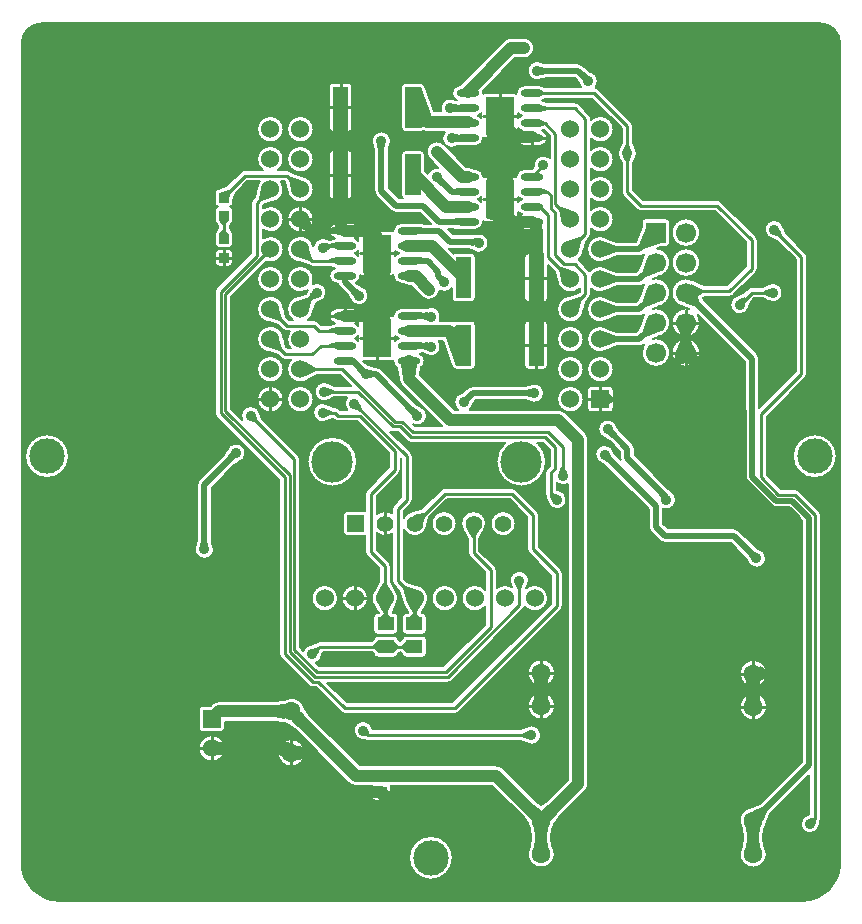
<source format=gtl>
G04 Layer: TopLayer*
G04 EasyEDA Pro v1.6.32, 2023-12-29 17:47:12*
G04 Gerber Generator version 0.3*
G04 Scale: 100 percent, Rotated: No, Reflected: No*
G04 Dimensions in millimeters*
G04 Leading zeros omitted, absolute positions, 4 integers and 2 decimals*
%FSLAX42Y42*%
%MOMM*%
%ADD999C,0.2032*%
%ADD10C,0.254*%
%ADD11C,2.999999*%
%ADD12C,1.524*%
%ADD13C,1.599997*%
%ADD14O,1.940992X0.602005*%
%ADD15C,3.500001*%
%ADD16C,1.399997*%
%ADD17C,1.599999*%
%ADD18C,1.699997*%
%ADD19C,0.610001*%
%ADD20C,0.9144*%
%ADD21C,0.6096*%
%ADD22C,1.016*%
%ADD23C,0.508*%
G75*


G04 Copper Start*
G36*
G01X-3150Y-3714D02*
G02X-3464Y-3400I0J314D01*
G01Y3550D01*
G02X-3300Y3714I164J0D01*
G01X3300D01*
G02X3464Y3550I0J-164D01*
G01Y-3400D01*
G02X3150Y-3714I-314J0D01*
G01X-3150D01*
G37*
%LPC*%
G36*
G01X2729Y-3433D02*
G03X2845Y-3317I0J116D01*
G03X2824Y-3250I-116J0D01*
G01X2816Y-3179D01*
G01Y-3175D01*
G01X2824Y-3104D01*
G03X2844Y-3051I-94J67D01*
G01X2874Y-2979D01*
G01X3205Y-2648D01*
G01Y-2980D01*
G03X3132Y-3061I8J-81D01*
G03X3213Y-3142I82J0D01*
G03X3294Y-3067I0J82D01*
G01X3297Y-3041D01*
G03X3302Y-3020I-44J21D01*
G01Y-448D01*
G03X3288Y-414I-49J0D01*
G01X3117Y-243D01*
G03X3083Y-228I-34J-34D01*
G01X2963D01*
G01X2843Y-108D01*
G01Y386D01*
G01X3171Y715D01*
G03X3185Y749I-34J34D01*
G01Y1740D01*
G03X3171Y1774I-49J0D01*
G01X3003Y1942D01*
G01X2989Y1980D01*
G03X2908Y2050I-81J-11D01*
G03X2827Y1969I0J-82D01*
G03X2897Y1888I82J0D01*
G01X2934Y1874D01*
G01X3088Y1720D01*
G01Y769D01*
G01X2779Y460D01*
G01Y876D01*
G03X2761Y920I-61J0D01*
G01X2310Y1371D01*
G01X2302Y1390D01*
G01X2316Y1399D01*
G01X2527D01*
G03X2562Y1413I0J49D01*
G01X2752Y1604D01*
G03X2766Y1638I-34J34D01*
G01Y1880D01*
G03X2752Y1914I-49J0D01*
G01X2460Y2206D01*
G03X2426Y2220I-34J-34D01*
G01X1798D01*
G01X1712Y2306D01*
G01Y2531D01*
G01X1729Y2567D01*
G03X1745Y2616I-65J49D01*
G03X1729Y2665I-82J0D01*
G01X1712Y2702D01*
G01Y2845D01*
G03X1698Y2879I-49J0D01*
G01X1419Y3159D01*
G03X1394Y3172I-34J-34D01*
G03X1415Y3226I-61J54D01*
G03X1350Y3306I-82J0D01*
G01X1319Y3326D01*
G01X1288Y3358D01*
G03X1245Y3376I-43J-43D01*
G01X983D01*
G01X947Y3383D01*
G03X902Y3396I-45J-68D01*
G03X820Y3315I0J-82D01*
G03X902Y3233I82J0D01*
G03X947Y3247I0J82D01*
G01X983Y3253D01*
G01X1219D01*
G01X1233Y3240D01*
G01X1254Y3210D01*
G03X1272Y3173I80J16D01*
G01X968D01*
G03X923Y3190I-45J-49D01*
G01X789D01*
G03X723Y3124I0J-66D01*
G03X724Y3119I66J0D01*
G03X705Y3124I-19J-30D01*
G01X464D01*
G03X445Y3119I0J-36D01*
G03Y3124I-66J5D01*
G03X442Y3144I-66J0D01*
G01X716Y3419D01*
G01X787D01*
G03X874Y3505I0J87D01*
G03X787Y3592I-87J0D01*
G01X680D01*
G03X619Y3566I0J-87D01*
G01X251Y3198D01*
G03X244Y3190I61J-61D01*
G03X179Y3124I1J-66D01*
G03X220Y3063I66J0D01*
G01X210Y3065D01*
G03X165Y3079I-45J-68D01*
G03X84Y2997I0J-82D01*
G03X88Y2970I82J0D01*
G01X26D01*
G01X-53Y3188D01*
G03X-86Y3212I-34J-12D01*
G01X-215D01*
G03X-251Y3176I0J-36D01*
G01Y2831D01*
G03X-215Y2795I36J0D01*
G01X-86D01*
G03X-64Y2803I0J36D01*
G03X-30Y2796I33J80D01*
G01X116D01*
G03X96Y2743I62J-53D01*
G03X178Y2662I82J0D01*
G03X223Y2675I0J82D01*
G01X237Y2678D01*
G01X238D01*
G03X245Y2677I8J65D01*
G01X379D01*
G03X445Y2743I0J66D01*
G03Y2748I-66J0D01*
G03X464Y2743I19J30D01*
G01X705D01*
G03X724Y2748I0J36D01*
G03X723Y2743I66J-5D01*
G03X789Y2677I66J0D01*
G01X923D01*
G03X989Y2743I0J66D01*
G03X941Y2807I-66J0D01*
G03X955Y2812I-18J64D01*
G01X1006Y2761D01*
G01Y2576D01*
G03X953Y2596I-53J-62D01*
G03X871Y2515I0J-82D01*
G03X872Y2501I82J0D01*
G01X854Y2482D01*
G01X789D01*
G03X723Y2416I0J-66D01*
G03X724Y2411I66J0D01*
G03X705Y2416I-19J-30D01*
G01X464D01*
G03X445Y2411I0J-36D01*
G03Y2416I-66J5D01*
G03X379Y2482I-66J0D01*
G01X368D01*
G03X312Y2503I-56J-66D01*
G01X299D01*
G01X112Y2690D01*
G03X51Y2716I-61J-61D01*
G03X-36Y2629I0J-87D01*
G03X-10Y2568I87J0D01*
G01X64Y2494D01*
G03X51Y2495I-13J-81D01*
G03X-25Y2442I0J-82D01*
G01X-51Y2467D01*
G01Y2605D01*
G03X-86Y2641I-36J0D01*
G01X-215D01*
G03X-251Y2605I0J-36D01*
G01Y2259D01*
G03X-239Y2233I36J0D01*
G01X-267D01*
G01X-358Y2324D01*
G01Y2637D01*
G01X-351Y2673D01*
G03X-338Y2718I-68J45D01*
G03X-419Y2799I-82J0D01*
G03X-501Y2718I0J-82D01*
G03X-487Y2673I82J0D01*
G01X-480Y2637D01*
G01Y2299D01*
G03X-462Y2255I61J0D01*
G01X-335Y2128D01*
G03X-292Y2110I43J43D01*
G01X-89D01*
G01X2Y2020D01*
G01X-25D01*
G01X-113Y2025D01*
G03X-118I-6J-66D01*
G01X-252D01*
G03X-318Y1959I0J-66D01*
G03Y1954I66J0D01*
G03X-337Y1959I-19J-30D01*
G01X-578D01*
G03X-597Y1954I0J-36D01*
G03X-596Y1959I-66J5D01*
G03X-662Y2025I-66J0D01*
G01X-796D01*
G03X-862Y1959I0J-66D01*
G03X-814Y1895I66J0D01*
G03X-824Y1892I18J-63D01*
G01X-852Y1884D01*
G01X-887Y1893D01*
G03X-914Y1898I-27J-77D01*
G03X-995Y1826I0J-82D01*
G03X-1105Y1915I-110J-23D01*
G03X-1217Y1803I0J-112D01*
G03X-1116Y1692I112J0D01*
G01X-1041Y1671D01*
G03X-1006Y1656I34J34D01*
G01X-866D01*
G01X-824Y1645D01*
G03X-814Y1641I28J60D01*
G03X-862Y1578I18J-63D01*
G03X-796Y1512I66J0D01*
G01X-788D01*
G03X-773Y1486I59J17D01*
G01X-710Y1424D01*
G01X-690Y1394D01*
G03X-610Y1328I80J16D01*
G03X-528Y1410I0J82D01*
G03X-593Y1490I-82J0D01*
G01X-624Y1510D01*
G01X-632Y1519D01*
G03X-596Y1578I-30J59D01*
G03X-597Y1583I-66J0D01*
G03X-578Y1578I19J30D01*
G01X-337D01*
G03X-318Y1583I0J36D01*
G03Y1578I66J-5D01*
G03X-252Y1512I66J0D01*
G01X-241D01*
G03X-185Y1491I56J66D01*
G01X-166D01*
G01X-74Y1399D01*
G03X-13Y1374I61J61D01*
G03X74Y1453I0J87D01*
G03X114Y1442I41J71D01*
G03X178Y1473I0J82D01*
G01Y1389D01*
G03X213Y1353I36J0D01*
G01X342D01*
G03X378Y1389I0J36D01*
G01Y1735D01*
G03X342Y1770I-36J0D01*
G01X213D01*
G03X196Y1766I0J-36D01*
G01X155Y1806D01*
G03X165I10J60D01*
G01X317D01*
G01X347Y1798D01*
G03X406Y1773I59J56D01*
G03X488Y1854I0J82D01*
G03X406Y1936I-82J0D01*
G03X379Y1931I0J-82D01*
G01X335Y1928D01*
G01X190D01*
G01X145Y1974D01*
G01X152D01*
G01X240Y1969D01*
G03X245I6J66D01*
G01X379D01*
G03X445Y2035I0J66D01*
G03Y2040I-66J0D01*
G03X464Y2035I19J30D01*
G01X705D01*
G03X724Y2040I0J36D01*
G03X723Y2035I66J-5D01*
G03X789Y1969I66J0D01*
G01X923D01*
G03X942Y1972I0J66D01*
G01Y1770D01*
G01X827D01*
G03X791Y1735I0J-36D01*
G01Y1389D01*
G03X827Y1353I36J0D01*
G01X955D01*
G03X991Y1389I0J36D01*
G01Y1671D01*
G01X1049Y1613D01*
G01X1070Y1538D01*
G03X1181Y1437I111J11D01*
G03X1260Y1469I0J112D01*
G01Y1442D01*
G01X1245Y1428D01*
G01X1170Y1407D01*
G03X1069Y1295I11J-111D01*
G03X1181Y1183I112J0D01*
G03X1293Y1284I0J112D01*
G01X1314Y1359D01*
G01X1342Y1388D01*
G03X1357Y1422I-34J34D01*
G01Y1469D01*
G03X1435Y1437I78J80D01*
G03X1504Y1461I0J112D01*
G01X1572Y1488D01*
G01X1765D01*
G03X1805Y1503I0J61D01*
G03X1785Y1449I100J-68D01*
G01X1754Y1371D01*
G01X1740Y1357D01*
G01X1572D01*
G01X1504Y1384D01*
G03X1435Y1407I-69J-88D01*
G03X1323Y1295I0J-112D01*
G03X1435Y1183I112J0D01*
G03X1504Y1207I0J112D01*
G01X1572Y1234D01*
G01X1765D01*
G03X1805Y1249I0J61D01*
G03X1785Y1195I100J-68D01*
G01X1754Y1117D01*
G01X1740Y1103D01*
G01X1572D01*
G01X1504Y1130D01*
G03X1435Y1153I-69J-88D01*
G03X1323Y1041I0J-112D01*
G03X1435Y929I112J0D01*
G03X1504Y953I0J112D01*
G01X1572Y980D01*
G01X1765D01*
G03X1805Y995I0J61D01*
G03X1784Y927I100J-68D01*
G03X1905Y806I121J0D01*
G03X2026Y927I0J121D01*
G03X1905Y1048I-121J0D01*
G03X1877Y1045I0J-121D01*
G01X1919Y1061D01*
G03X2026Y1181I-14J120D01*
G03X1905Y1302I-121J0D01*
G03X1877Y1299I0J-121D01*
G01X1919Y1315D01*
G03X2026Y1435I-14J120D01*
G03X1905Y1556I-121J0D01*
G03X1877Y1553I0J-121D01*
G01X1919Y1569D01*
G03X2026Y1689I-14J120D01*
G03X1917Y1809I-121J0D01*
G01X1952Y1822D01*
G01X1990D01*
G03X2026Y1858I0J36D01*
G01Y2028D01*
G03X1990Y2064I-36J0D01*
G01X1820D01*
G03X1784Y2028I0J-36D01*
G01Y1990D01*
G01X1737Y1865D01*
G01X1572D01*
G01X1504Y1892D01*
G03X1435Y1915I-69J-88D01*
G03X1323Y1803I0J-112D01*
G03X1435Y1691I112J0D01*
G03X1504Y1715I0J112D01*
G01X1572Y1742D01*
G01X1765D01*
G03X1805Y1757I0J61D01*
G03X1785Y1703I100J-68D01*
G01X1754Y1625D01*
G01X1740Y1611D01*
G01X1572D01*
G01X1504Y1638D01*
G03X1435Y1661I-69J-88D01*
G03X1346Y1618I0J-112D01*
G03X1342Y1622I-38J-30D01*
G01X1254Y1711D01*
G03X1249Y1714I-34J-34D01*
G03X1293Y1792I-68J89D01*
G01X1314Y1867D01*
G01X1342Y1896D01*
G03X1357Y1930I-34J34D01*
G01Y1977D01*
G03X1435Y1945I78J80D01*
G03X1547Y2057I0J112D01*
G03X1435Y2169I-112J0D01*
G03X1357Y2137I0J-112D01*
G01Y2231D01*
G03X1435Y2199I78J80D01*
G03X1547Y2311I0J112D01*
G03X1435Y2423I-112J0D01*
G03X1357Y2391I0J-112D01*
G01Y2485D01*
G03X1435Y2453I78J80D01*
G03X1547Y2565I0J112D01*
G03X1435Y2677I-112J0D01*
G03X1357Y2645I0J-112D01*
G01Y2739D01*
G03X1435Y2707I78J80D01*
G03X1547Y2819I0J112D01*
G03X1435Y2931I-112J0D01*
G03X1357Y2899I0J-112D01*
G01Y2908D01*
G03X1342Y2943I-49J0D01*
G01X1254Y3032D01*
G03X1219Y3046I-34J-34D01*
G01X993D01*
G01X951Y3057D01*
G03X941Y3061I-28J-60D01*
G03X968Y3076I-18J64D01*
G01X1364D01*
G01X1615Y2825D01*
G01Y2702D01*
G01X1599Y2665D01*
G03X1582Y2616I65J-49D01*
G03X1599Y2567I82J0D01*
G01X1615Y2531D01*
G01Y2286D01*
G03X1629Y2252I49J0D01*
G01X1744Y2137D01*
G03X1778Y2123I34J34D01*
G01X2406D01*
G01X2669Y1860D01*
G01Y1658D01*
G01X2507Y1496D01*
G01X2309D01*
G01X2222Y1538D01*
G03X2159Y1556I-63J-103D01*
G03X2038Y1435I0J-121D01*
G03X2145Y1315I121J0D01*
G01X2187Y1299D01*
G03X2159Y1302I-28J-118D01*
G03X2038Y1181I0J-121D01*
G03X2159Y1060I121J0D01*
G03X2280Y1181I0J121D01*
G03X2260Y1248I-121J0D01*
G01X2657Y851D01*
G01Y-127D01*
G03X2675Y-170I61J0D01*
G01X2878Y-373D01*
G03X2921Y-391I43J43D01*
G01X3035D01*
G01X3139Y-495D01*
G01Y-2541D01*
G01X2787Y-2893D01*
G01X2715Y-2922D01*
G03X2613Y-3037I14J-115D01*
G03X2635Y-3104I116J0D01*
G01X2643Y-3175D01*
G01Y-3179D01*
G01X2635Y-3250D01*
G03X2613Y-3317I94J-67D01*
G03X2729Y-3433I116J0D01*
G37*
G36*
G01X934Y-3432D02*
G03X1050Y-3316I0J116D01*
G03X1029Y-3249I-116J0D01*
G01X1021Y-3178D01*
G01Y-3174D01*
G01X1029Y-3103D01*
G03X1049Y-3055I-94J67D01*
G01X1093Y-3000D01*
G01X1306Y-2787D01*
G03X1331Y-2726I-61J61D01*
G01Y-635D01*
G01Y190D01*
G01Y191D01*
G03X1306Y252I-87J0D01*
G01X1141Y417D01*
G03X1080Y442I-61J-61D01*
G01X1079D01*
G01X533D01*
G01X328D01*
G03X359Y492I-48J66D01*
G01X380Y522D01*
G01X381Y523D01*
G01X795D01*
G01X831Y516D01*
G03X876Y503I45J68D01*
G03X958Y584I0J82D01*
G03X876Y666I-82J0D01*
G03X831Y652I0J-82D01*
G01X795Y645D01*
G01X356D01*
G03X312Y627I0J-61D01*
G01X293Y609D01*
G01X263Y588D01*
G03X198Y508I16J-80D01*
G03X231Y442I82J0D01*
G01X201D01*
G01X-94Y737D01*
G01X-86Y800D01*
G03X-52Y857I-32J57D01*
G03X-96Y919I-66J0D01*
G01X-74Y920D01*
G01X-52Y915D01*
G03X0Y896I52J63D01*
G03X82Y978I0J82D01*
G03X67Y1024I-82J0D01*
G01X101D01*
G01X180Y806D01*
G03X213Y782I34J12D01*
G01X342D01*
G03X378Y818I0J36D01*
G01Y1163D01*
G03X342Y1199I-36J0D01*
G01X213D01*
G03X191Y1191I0J-36D01*
G03X157Y1198I-33J-80D01*
G01X74D01*
G03X82Y1232I-74J34D01*
G03X0Y1313I-82J0D01*
G03X-37Y1305I0J-82D01*
G01X-62Y1301D01*
G01X-113Y1304D01*
G03X-118I-6J-66D01*
G01X-252D01*
G03X-318Y1238I0J-66D01*
G03Y1233I66J0D01*
G03X-337Y1238I-19J-30D01*
G01X-578D01*
G03X-597Y1233I0J-36D01*
G03X-596Y1238I-66J5D01*
G03X-662Y1304I-66J0D01*
G01X-796D01*
G03X-862Y1238I0J-66D01*
G03X-814Y1175I66J0D01*
G03X-824Y1171I18J-63D01*
G01X-866Y1160D01*
G01X-926D01*
G01X-956Y1190D01*
G03X-991Y1204I-34J-34D01*
G01X-1040D01*
G03X-993Y1284I-65J91D01*
G01X-976Y1346D01*
G01X-954Y1354D01*
G03X-884Y1435I-11J81D01*
G03X-965Y1517I-82J0D01*
G03X-1001Y1509I0J-82D01*
G03X-993Y1549I-104J41D01*
G03X-1105Y1661I-112J0D01*
G03X-1217Y1549I0J-112D01*
G03X-1105Y1437I112J0D01*
G03X-1044Y1455I0J112D01*
G03X-1046Y1446I79J-20D01*
G01X-1054Y1424D01*
G01X-1116Y1407D01*
G03X-1217Y1295I11J-111D01*
G03X-1170Y1204I112J0D01*
G01X-1199D01*
G01X-1226Y1231D01*
G01X-1247Y1307D01*
G03X-1359Y1407I-111J-11D01*
G03X-1471Y1295I0J-112D01*
G03X-1370Y1184I112J0D01*
G01X-1295Y1163D01*
G01X-1254Y1121D01*
G03X-1219Y1107I34J34D01*
G01X-1196D01*
G03X-1217Y1041I91J-66D01*
G03X-1185Y963I112J0D01*
G01X-1212D01*
G01X-1226Y977D01*
G01X-1247Y1053D01*
G03X-1359Y1153I-111J-11D01*
G03X-1471Y1041I0J-112D01*
G03X-1370Y930I112J0D01*
G01X-1295Y909D01*
G01X-1266Y880D01*
G03X-1232Y866I34J34D01*
G01X-1185D01*
G03X-1217Y787I80J-78D01*
G03X-1105Y675I112J0D01*
G03X-1034Y701I0J112D01*
G01X-966Y739D01*
G01X-769D01*
G01X-676Y645D01*
G01X-816D01*
G01X-852Y662D01*
G03X-902Y678I-49J-65D01*
G03X-983Y597I0J-82D01*
G03X-902Y515I82J0D01*
G03X-852Y532I0J82D01*
G01X-816Y548D01*
G01X-710D01*
G03X-729Y495I62J-53D01*
G03X-710Y442I82J0D01*
G01X-767D01*
G01X-778Y453D01*
G03X-813Y468I-34J-34D01*
G01X-829D01*
G01X-865Y484D01*
G03X-914Y501I-49J-65D01*
G03X-996Y419I0J-82D01*
G03X-914Y338I82J0D01*
G03X-865Y354I0J82D01*
G01X-832Y369D01*
G01X-822Y359D01*
G03X-787Y345I34J34D01*
G01X-624D01*
G01X-353Y75D01*
G01Y-43D01*
G01X-542Y-232D01*
G03X-557Y-267I34J-34D01*
G01Y-417D01*
G03X-568Y-415I-11J-34D01*
G01X-708D01*
G03X-744Y-451I0J-36D01*
G01Y-591D01*
G03X-708Y-627I36J0D01*
G01X-568D01*
G03X-557Y-625I0J36D01*
G01Y-762D01*
G03X-542Y-796I49J0D01*
G01X-438Y-900D01*
G01Y-1013D01*
G01X-476Y-1081D01*
G03X-502Y-1152I87J-71D01*
G03X-469Y-1231I112J0D01*
G01X-441Y-1275D01*
G01X-442Y-1276D01*
G01X-450D01*
G03X-486Y-1312I0J-36D01*
G01Y-1425D01*
G03X-450Y-1461I36J0D01*
G01X-312D01*
G03X-276Y-1425I0J36D01*
G01Y-1312D01*
G03X-312Y-1276I-36J0D01*
G01X-320D01*
G01X-324Y-1271D01*
G01X-296Y-1213D01*
G03X-278Y-1152I-94J62D01*
G03X-303Y-1081I-112J0D01*
G01X-341Y-1013D01*
G01Y-880D01*
G03X-355Y-846I-49J0D01*
G01X-459Y-742D01*
G01Y-598D01*
G03X-388Y-627I72J78D01*
G03X-328Y-608I0J106D01*
G01Y-1008D01*
G03X-314Y-1042I49J0D01*
G01X-268Y-1088D01*
G01X-247Y-1163D01*
G03X-222Y-1223I111J11D01*
G01X-194Y-1273D01*
G01X-197Y-1276D01*
G01X-209D01*
G03X-244Y-1312I0J-36D01*
G01Y-1425D01*
G03X-209Y-1461I36J0D01*
G01X-71D01*
G03X-35Y-1425I0J36D01*
G01Y-1312D01*
G03X-71Y-1276I-36J0D01*
G01X-74D01*
G01X-77Y-1273D01*
G01X-49Y-1223D01*
G03X-24Y-1152I-87J71D01*
G03X-124Y-1040I-112J0D01*
G01X-200Y-1019D01*
G01X-231Y-988D01*
G01Y-571D01*
G03X-138Y-627I93J50D01*
G03X-32Y-532I0J106D01*
G01X-13Y-464D01*
G01X136Y-315D01*
G01X666D01*
G01X815Y-465D01*
G01Y-737D01*
G03X829Y-771I49J0D01*
G01X1018Y-960D01*
G01Y-1199D01*
G01X183Y-2034D01*
G01X-709D01*
G01X-876Y-1867D01*
G01X144D01*
G03X178Y-1853I0J49D01*
G01X784Y-1247D01*
G03X796Y-1226I-34J34D01*
G03X880Y-1264I84J74D01*
G03X992Y-1152I0J112D01*
G03X880Y-1040I-112J0D01*
G03X808Y-1066I0J-112D01*
G01X814Y-1053D01*
G03X831Y-1003I-65J49D01*
G03X749Y-922I-82J0D01*
G03X668Y-1003I0J-82D01*
G03X684Y-1053I82J0D01*
G01X686Y-1057D01*
G03X626Y-1040I-60J-95D01*
G03X557Y-1064I0J-112D01*
G01Y-914D01*
G03X542Y-880I-49J0D01*
G01X411Y-749D01*
G01Y-649D01*
G01X444Y-587D01*
G03X468Y-521I-82J67D01*
G03X362Y-415I-106J0D01*
G03X256Y-521I0J-106D01*
G03X280Y-587I106J0D01*
G01X314Y-649D01*
G01Y-769D01*
G03X328Y-803I49J0D01*
G01X459Y-934D01*
G01Y-1081D01*
G03X372Y-1040I-87J-70D01*
G03X260Y-1152I0J-112D01*
G03X372Y-1264I112J0D01*
G03X459Y-1222I0J112D01*
G01Y-1377D01*
G01X107Y-1729D01*
G01X-945D01*
G01X-973Y-1701D01*
G03X-923Y-1637I-30J76D01*
G01X-913Y-1611D01*
G01X-501D01*
G01X-485Y-1624D01*
G03X-450Y-1655I35J5D01*
G01X-312D01*
G03X-277Y-1624I0J36D01*
G01X-261Y-1611D01*
G01X-260D01*
G01X-244Y-1624D01*
G03X-209Y-1655I35J5D01*
G01X-71D01*
G03X-35Y-1619I0J36D01*
G01Y-1505D01*
G03X-71Y-1470I-36J0D01*
G01X-209D01*
G03X-244Y-1501I0J-36D01*
G01X-260Y-1514D01*
G01X-261D01*
G01X-277Y-1501D01*
G03X-312Y-1470I-35J-5D01*
G01X-450D01*
G03X-485Y-1501I0J-36D01*
G01X-501Y-1514D01*
G01X-940D01*
G03X-974Y-1528I0J-49D01*
G01X-977Y-1531D01*
G01X-1014Y-1545D01*
G03X-1079Y-1596I11J-81D01*
G01X-1107Y-1567D01*
G01Y25D01*
G03X-1121Y60I-49J0D01*
G01X-1429Y368D01*
G01X-1443Y405D01*
G03X-1524Y475I-81J-11D01*
G03X-1606Y394I0J-82D01*
G03X-1597Y358I82J0D01*
G01X-1691Y452D01*
G01Y1402D01*
G01X-1396Y1698D01*
G03X-1359Y1691I37J106D01*
G03X-1247Y1803I0J112D01*
G03X-1359Y1915I-112J0D01*
G03X-1425Y1894I0J-112D01*
G01Y1967D01*
G03X-1359Y1945I66J91D01*
G03X-1247Y2057I0J112D01*
G03X-1359Y2169I-112J0D01*
G03X-1425Y2148I0J-112D01*
G01Y2177D01*
G01X-1423Y2179D01*
G01X-1348Y2200D01*
G03X-1247Y2311I-11J111D01*
G03X-1268Y2377I-112J0D01*
G01X-1239D01*
G01X-1237Y2375D01*
G01X-1216Y2300D01*
G03X-1105Y2199I111J11D01*
G03X-993Y2311I0J112D01*
G03X-1094Y2423I-112J0D01*
G01X-1169Y2444D01*
G01X-1185Y2460D01*
G03X-1219Y2474I-34J-34D01*
G01X-1294D01*
G03X-1247Y2565I-65J91D01*
G03X-1359Y2677I-112J0D01*
G03X-1471Y2565I0J-112D01*
G03X-1424Y2474I112J0D01*
G01X-1575D01*
G03X-1609Y2460I0J-49D01*
G01X-1733Y2336D01*
G01X-1806Y2312D01*
G03X-1831Y2278I11J-34D01*
G01Y2198D01*
G03X-1803Y2163I36J0D01*
G03X-1831Y2128I8J-35D01*
G01Y2047D01*
G03X-1823Y2024I36J0D01*
G01X-1801Y1996D01*
G01Y1980D01*
G01X-1821Y1951D01*
G03X-1828Y1930I29J-21D01*
G01Y1850D01*
G03X-1792Y1814I36J0D01*
G01X-1712D01*
G03X-1677Y1850I0J36D01*
G01Y1930D01*
G03X-1683Y1951I-36J0D01*
G01X-1704Y1980D01*
G01Y1996D01*
G01X-1681Y2024D01*
G03X-1673Y2047I-28J22D01*
G01Y2128D01*
G03X-1701Y2163I-36J0D01*
G03X-1673Y2198I-8J35D01*
G01Y2222D01*
G01X-1651Y2281D01*
G01X-1555Y2377D01*
G01X-1450D01*
G03X-1470Y2323I91J-66D01*
G01X-1491Y2247D01*
G01X-1508Y2231D01*
G03X-1522Y2197I34J-34D01*
G01Y1767D01*
G01X-1815Y1474D01*
G03X-1829Y1439I34J-34D01*
G01Y415D01*
G03X-1815Y381I49J0D01*
G01X-1285Y-149D01*
G01Y-1621D01*
G03X-1271Y-1655I49J0D01*
G01X-1033Y-1894D01*
G03X-999Y-1908I34J34D01*
G01X-973D01*
G01X-763Y-2117D01*
G03X-729Y-2131I34J34D01*
G01X203D01*
G03X238Y-2117I0J49D01*
G01X1101Y-1254D01*
G03X1115Y-1219I-34J34D01*
G01Y-940D01*
G03X1101Y-905I-49J0D01*
G01X912Y-717D01*
G01Y-445D01*
G01Y-444D01*
G03X898Y-410I-49J0D01*
G01X720Y-232D01*
G03X686Y-218I-34J-34D01*
G01X116D01*
G03X82Y-232I0J-49D01*
G01X-81Y-396D01*
G01X-149Y-415D01*
G03X-231Y-471I11J-105D01*
G01Y-414D01*
G01X-169Y-352D01*
G03X-155Y-317I-34J34D01*
G01Y51D01*
G03X-169Y85I-49J0D01*
G01X-342Y258D01*
G03X-322Y254I20J44D01*
G01X-278D01*
G01X-204Y179D01*
G03X-169Y165I34J34D01*
G01X630D01*
G03X555Y4I136J-161D01*
G03X766Y-207I211J0D01*
G03X977Y4I0J211D01*
G03X902Y165I-211J0D01*
G01X948D01*
G01X1006Y107D01*
G01Y-31D01*
G01X982Y-55D01*
G03X967Y-89I34J-34D01*
G01Y-267D01*
G03X975Y-292I49J0D01*
G01X986Y-328D01*
G03X1067Y-399I81J10D01*
G03X1148Y-317I0J82D01*
G03X1077Y-237I-82J0D01*
G01X1065Y-233D01*
G01Y-176D01*
G03X1118Y-196I53J62D01*
G03X1158Y-185I0J82D01*
G01Y-635D01*
G01Y-2690D01*
G01X971Y-2877D01*
G01X934Y-2906D01*
G01X898Y-2877D01*
G01X614Y-2593D01*
G03X552Y-2567I-61J-61D01*
G01X-419D01*
G01X-602D01*
G01X-1022Y-2147D01*
G01X-1067Y-2092D01*
G03X-1181Y-1995I-114J-19D01*
G03X-1248Y-2017I0J-116D01*
G01X-1319Y-2024D01*
G01X-1792D01*
G03X-1853Y-2050I0J-87D01*
G01X-1865Y-2062D01*
G01X-1930D01*
G03X-1966Y-2097I0J-36D01*
G01Y-2250D01*
G03X-1930Y-2286I36J0D01*
G01X-1778D01*
G03X-1742Y-2250I0J36D01*
G01Y-2198D01*
G01X-1319D01*
G01X-1248Y-2205D01*
G03X-1201Y-2225I67J94D01*
G01X-1145Y-2270D01*
G01X-699Y-2715D01*
G03X-638Y-2741I61J61D01*
G01X-497D01*
G03X-500Y-2754I33J-13D01*
G01Y-2834D01*
G03X-464Y-2870I36J0D01*
G01X-374D01*
G03X-338Y-2834I0J36D01*
G01Y-2754D01*
G03X-341Y-2741I-36J0D01*
G01X517D01*
G01X776Y-3000D01*
G01X820Y-3055D01*
G03X840Y-3103I114J19D01*
G01X848Y-3174D01*
G01Y-3178D01*
G01X840Y-3249D01*
G03X819Y-3316I94J-67D01*
G03X934Y-3432I116J0D01*
G37*
G36*
G01X2756Y-894D02*
G03X2837Y-813I0J82D01*
G03X2772Y-733I-82J0D01*
G01X2742Y-712D01*
G01X2609Y-579D01*
G03X2565Y-561I-43J-43D01*
G01X2007D01*
G01X1966Y-521D01*
G01Y-394D01*
G03X1994Y-399I28J77D01*
G03X2075Y-317I0J82D01*
G03X2036Y-248I-82J0D01*
G01X2003Y-215D01*
G01X1725Y63D01*
G01Y114D01*
G03X1707Y158I-61J0D01*
G01X1599Y265D01*
G01X1579Y296D01*
G03X1499Y361I-80J-16D01*
G03X1417Y279I0J-82D01*
G03X1482Y199I82J0D01*
G01X1513Y179D01*
G01X1602Y89D01*
G01Y38D01*
G03X1606Y17I61J0D01*
G01X1574Y49D01*
G01X1553Y80D01*
G03X1473Y145I-80J-16D01*
G03X1392Y64I0J-82D01*
G03X1457Y-16I82J0D01*
G01X1487Y-37D01*
G01X1844Y-394D01*
G01Y-546D01*
G03X1862Y-589I61J0D01*
G01X1938Y-666D01*
G03X1981Y-684I43J43D01*
G01X2540D01*
G01X2655Y-799D01*
G01X2676Y-829D01*
G03X2756Y-894I80J16D01*
G37*
G36*
G01X-1918Y-818D02*
G03X-1836Y-737I0J82D01*
G03X-1850Y-692I-82J0D01*
G01X-1856Y-656D01*
G01Y-216D01*
G01X-1665Y-24D01*
G01X-1635Y-4D01*
G03X-1569Y76I-16J80D01*
G03X-1651Y158I-82J0D01*
G03X-1731Y92I0J-82D01*
G01X-1752Y62D01*
G01X-1961Y-147D01*
G03X-1979Y-190I43J-43D01*
G01Y-191D01*
G01Y-656D01*
G01X-1986Y-692D01*
G03X-1999Y-737I68J-45D01*
G03X-1918Y-818I82J0D01*
G37*
G36*
G01X802Y-2376D02*
G03X851Y-2393I49J65D01*
G03X932Y-2311I0J82D01*
G03X851Y-2230I-82J0D01*
G03X802Y-2246I0J-82D01*
G01X765Y-2263D01*
G01X-491D01*
G03X-571Y-2192I-81J-10D01*
G03X-653Y-2273I0J-82D01*
G03X-577Y-2355I82J0D01*
G01X-574D01*
G01X-553Y-2356D01*
G03X-533Y-2360I20J44D01*
G01X765D01*
G01X802Y-2376D01*
G37*
G36*
G01X-1045Y4D02*
G03X-834Y-207I211J0D01*
G03X-623Y4I0J211D01*
G03X-834Y215I-211J0D01*
G03X-1045Y4I0J-211D01*
G37*
G36*
G01X-3250Y-136D02*
G03X-3064Y50I0J186D01*
G03X-3250Y236I-186J0D01*
G03X-3436Y50I0J-186D01*
G03X-3250Y-136I186J0D01*
G37*
G36*
G01X3064Y50D02*
G03X3250Y-136I186J0D01*
G03X3436Y50I0J186D01*
G03X3250Y236I-186J0D01*
G03X3064Y50I0J-186D01*
G37*
G36*
G01X0Y-3536D02*
G03X186Y-3350I0J186D01*
G03X0Y-3164I-186J0D01*
G03X-186Y-3350I0J-186D01*
G03X0Y-3536I186J0D01*
G37*
G36*
G01X2535Y1334D02*
G03X2616Y1252I82J0D01*
G03X2697Y1322I0J82D01*
G01X2711Y1360D01*
G01X2738Y1387D01*
G01X2810D01*
G01X2846Y1370D01*
G03X2896Y1354I49J65D01*
G03X2977Y1435I0J82D01*
G03X2896Y1517I-82J0D01*
G03X2846Y1500I0J-82D01*
G01X2810Y1484D01*
G01X2718D01*
G03X2683Y1469I0J-49D01*
G01X2642Y1428D01*
G01X2605Y1414D01*
G03X2535Y1334I11J-81D01*
G37*
G36*
G01X955Y782D02*
G03X991Y818I0J36D01*
G01Y1163D01*
G03X955Y1199I-36J0D01*
G01X827D01*
G03X791Y1163I0J-36D01*
G01Y818D01*
G03X827Y782I36J0D01*
G01X955D01*
G37*
G36*
G01X-864Y2831D02*
G03X-828Y2795I36J0D01*
G01X-700D01*
G03X-664Y2831I0J36D01*
G01Y3176D01*
G03X-700Y3212I-36J0D01*
G01X-828D01*
G03X-864Y3176I0J-36D01*
G01Y2831D01*
G37*
G36*
G01X-700Y2224D02*
G03X-664Y2259I0J36D01*
G01Y2605D01*
G03X-700Y2641I-36J0D01*
G01X-828D01*
G03X-864Y2605I0J-36D01*
G01Y2259D01*
G03X-828Y2224I36J0D01*
G01X-700D01*
G37*
G36*
G01X2159Y1822D02*
G03X2280Y1943I0J121D01*
G03X2159Y2064I-121J0D01*
G03X2038Y1943I0J-121D01*
G03X2159Y1822I121J0D01*
G37*
G36*
G01X2159Y1568D02*
G03X2280Y1689I0J121D01*
G03X2159Y1810I-121J0D01*
G03X2038Y1689I0J-121D01*
G03X2159Y1568I121J0D01*
G37*
G36*
G01X2159Y806D02*
G03X2280Y927I0J121D01*
G03X2159Y1048I-121J0D01*
G03X2038Y927I0J-121D01*
G03X2159Y806I121J0D01*
G37*
G36*
G01X2615Y-1790D02*
G03X2731Y-1906I116J0D01*
G03X2846Y-1790I0J116D01*
G03X2731Y-1674I-116J0D01*
G03X2615Y-1790I0J-116D01*
G37*
G36*
G01X2615Y-2070D02*
G03X2731Y-2186I116J0D01*
G03X2846Y-2070I0J116D01*
G03X2731Y-1954I-116J0D01*
G03X2615Y-2070I0J-116D01*
G37*
G36*
G01X936Y-1900D02*
G03X1052Y-1784I0J116D01*
G03X936Y-1668I-116J0D01*
G03X820Y-1784I0J-116D01*
G03X936Y-1900I116J0D01*
G37*
G36*
G01X820Y-2064D02*
G03X936Y-2180I116J0D01*
G03X1052Y-2064I0J116D01*
G03X936Y-1948I-116J0D01*
G03X820Y-2064I0J-116D01*
G37*
G36*
G01X-1181Y-2577D02*
G03X-1065Y-2461I0J116D01*
G03X-1181Y-2345I-116J0D01*
G03X-1297Y-2461I0J-116D01*
G03X-1181Y-2577I116J0D01*
G37*
G36*
G01X1511Y421D02*
G03X1547Y457I0J36D01*
G01Y610D01*
G03X1511Y645I-36J0D01*
G01X1359D01*
G03X1323Y610I0J-36D01*
G01Y457D01*
G03X1359Y421I36J0D01*
G01X1511D01*
G37*
G36*
G01X-1217Y533D02*
G03X-1105Y421I112J0D01*
G03X-993Y533I0J112D01*
G03X-1105Y645I-112J0D01*
G03X-1217Y533I0J-112D01*
G37*
G36*
G01X6Y-1152D02*
G03X118Y-1264I112J0D01*
G03X230Y-1152I0J112D01*
G03X118Y-1040I-112J0D01*
G03X6Y-1152I0J-112D01*
G37*
G36*
G01X1069Y533D02*
G03X1181Y421I112J0D01*
G03X1293Y533I0J112D01*
G03X1181Y645I-112J0D01*
G03X1069Y533I0J-112D01*
G37*
G36*
G01X1181Y675D02*
G03X1293Y787I0J112D01*
G03X1181Y899I-112J0D01*
G03X1069Y787I0J-112D01*
G03X1181Y675I112J0D01*
G37*
G36*
G01X1435Y675D02*
G03X1547Y787I0J112D01*
G03X1435Y899I-112J0D01*
G03X1323Y787I0J-112D01*
G03X1435Y675I112J0D01*
G37*
G36*
G01X1069Y1041D02*
G03X1181Y929I112J0D01*
G03X1293Y1041I0J112D01*
G03X1181Y1153I-112J0D01*
G03X1069Y1041I0J-112D01*
G37*
G36*
G01X-1359Y1437D02*
G03X-1247Y1549I0J112D01*
G03X-1359Y1661I-112J0D01*
G03X-1471Y1549I0J-112D01*
G03X-1359Y1437I112J0D01*
G37*
G36*
G01X-1359Y421D02*
G03X-1247Y533I0J112D01*
G03X-1359Y645I-112J0D01*
G03X-1471Y533I0J-112D01*
G03X-1359Y421I112J0D01*
G37*
G36*
G01X-644Y-1264D02*
G03X-532Y-1152I0J112D01*
G03X-644Y-1040I-112J0D01*
G03X-756Y-1152I0J-112D01*
G03X-644Y-1264I112J0D01*
G37*
G36*
G01X-1010Y-1152D02*
G03X-898Y-1264I112J0D01*
G03X-786Y-1152I0J112D01*
G03X-898Y-1040I-112J0D01*
G03X-1010Y-1152I0J-112D01*
G37*
G36*
G01X-1471Y787D02*
G03X-1359Y675I112J0D01*
G03X-1247Y787I0J112D01*
G03X-1359Y899I-112J0D01*
G03X-1471Y787I0J-112D01*
G37*
G36*
G01X-1217Y2819D02*
G03X-1105Y2707I112J0D01*
G03X-993Y2819I0J112D01*
G03X-1105Y2931I-112J0D01*
G03X-1217Y2819I0J-112D01*
G37*
G36*
G01X-1105Y2453D02*
G03X-993Y2565I0J112D01*
G03X-1105Y2677I-112J0D01*
G03X-1217Y2565I0J-112D01*
G03X-1105Y2453I112J0D01*
G37*
G36*
G01X-1966Y-2424D02*
G03X-1854Y-2536I112J0D01*
G03X-1742Y-2424I0J112D01*
G03X-1854Y-2312I-112J0D01*
G03X-1966Y-2424I0J-112D01*
G37*
G36*
G01X-1217Y2057D02*
G03X-1105Y1945I112J0D01*
G03X-993Y2057I0J112D01*
G03X-1105Y2169I-112J0D01*
G03X-1217Y2057I0J-112D01*
G37*
G36*
G01X-1471Y2819D02*
G03X-1359Y2707I112J0D01*
G03X-1247Y2819I0J112D01*
G03X-1359Y2931I-112J0D01*
G03X-1471Y2819I0J-112D01*
G37*
G36*
G01X506Y-521D02*
G03X612Y-627I106J0D01*
G03X718Y-521I0J106D01*
G03X612Y-415I-106J0D01*
G03X506Y-521I0J-106D01*
G37*
G36*
G01X6Y-521D02*
G03X112Y-627I106J0D01*
G03X218Y-521I0J106D01*
G03X112Y-415I-106J0D01*
G03X6Y-521I0J-106D01*
G37*
G36*
G01X-1828Y1690D02*
G03X-1792Y1654I36J0D01*
G01X-1712D01*
G03X-1676Y1690I0J36D01*
G01Y1770D01*
G03X-1712Y1806I-36J0D01*
G01X-1792D01*
G03X-1828Y1770I0J-36D01*
G01Y1690D01*
G37*
%LPD*%
G36*
G01X-614Y1028D02*
G03X-645Y1048I-49J-44D01*
G03X-614Y1067I-18J64D01*
G01Y1028D01*
G37*
G36*
G01X-614Y1194D02*
G01X-614Y1155D01*
G03X-645Y1175I-49J-44D01*
G03X-614Y1194I-18J64D01*
G37*
G36*
G01X-614Y1788D02*
G01X-614Y1749D01*
G03X-645Y1768I-49J-44D01*
G03X-614Y1788I-18J64D01*
G37*
G36*
G01X-614Y1915D02*
G01X-614Y1876D01*
G03X-645Y1895I-49J-44D01*
G03X-614Y1915I-18J64D01*
G37*
G36*
G01X-246Y645D02*
G01X96Y303D01*
G01X-132D01*
G01X-150Y321D01*
G03X-114Y312I36J73D01*
G03X-33Y394I0J82D01*
G03X-98Y474I-82J0D01*
G01X-128Y494D01*
G01X-423Y789D01*
G03X-466Y807I-43J-43D01*
G01X-470D01*
G01X-506Y814D01*
G03X-535Y826I-45J-68D01*
G01X-565Y846D01*
G01X-576Y857D01*
G01X-337D01*
G03X-318Y862I0J36D01*
G03Y857I66J-5D01*
G03X-285Y800I66J0D01*
G01X-272Y703D01*
G03X-246Y645I87J3D01*
G37*
G36*
G01X-388Y-415D02*
G03X-459Y-443I0J-106D01*
G01Y-287D01*
G01X-270Y-98D01*
G03X-256Y-63I-34J34D01*
G01Y35D01*
G01X-252Y31D01*
G01Y-297D01*
G01X-314Y-359D01*
G03X-328Y-394I34J-34D01*
G01Y-433D01*
G03X-388Y-415I-60J-87D01*
G37*
G36*
G01X-270Y1048D02*
G03X-301Y1028I18J-63D01*
G01Y1067D01*
G03X-270Y1048I49J44D01*
G37*
G36*
G01X-301Y1749D02*
G01X-301Y1788D01*
G03X-270Y1768I49J44D01*
G03X-301Y1749I18J-63D01*
G37*
G36*
G01X428Y2953D02*
G01X428Y2915D01*
G03X397Y2934I-49J-44D01*
G03X428Y2953I-18J64D01*
G37*
G36*
G01X428Y2245D02*
G01X428Y2206D01*
G03X397Y2226I-49J-44D01*
G03X428Y2245I-18J64D01*
G37*
G36*
G01X741Y2788D02*
G01X741Y2826D01*
G03X772Y2807I49J44D01*
G03X741Y2788I18J-63D01*
G37*
G36*
G01X741Y2915D02*
G01X741Y2953D01*
G03X772Y2934I49J44D01*
G03X741Y2915I18J-63D01*
G37*
G36*
G01X772Y2099D02*
G03X741Y2079I18J-63D01*
G01Y2118D01*
G03X772Y2099I49J44D01*
G37*
G36*
G01X741Y2206D02*
G01X741Y2245D01*
G03X772Y2226I49J44D01*
G03X741Y2206I18J-63D01*
G37*
G54D999*
G01X-3150Y-3714D02*
G02X-3464Y-3400I0J314D01*
G01Y3550D01*
G02X-3300Y3714I164J0D01*
G01X3300D01*
G02X3464Y3550I0J-164D01*
G01Y-3400D01*
G02X3150Y-3714I-314J0D01*
G01X-3150D01*
G01X2729Y-3433D02*
G03X2845Y-3317I0J116D01*
G03X2824Y-3250I-116J0D01*
G01X2816Y-3179D01*
G01Y-3175D01*
G01X2824Y-3104D01*
G03X2844Y-3051I-94J67D01*
G01X2874Y-2979D01*
G01X3205Y-2648D01*
G01Y-2980D01*
G03X3132Y-3061I8J-81D01*
G03X3213Y-3142I82J0D01*
G03X3294Y-3067I0J82D01*
G01X3297Y-3041D01*
G03X3302Y-3020I-44J21D01*
G01Y-448D01*
G03X3288Y-414I-49J0D01*
G01X3117Y-243D01*
G03X3083Y-228I-34J-34D01*
G01X2963D01*
G01X2843Y-108D01*
G01Y386D01*
G01X3171Y715D01*
G03X3185Y749I-34J34D01*
G01Y1740D01*
G03X3171Y1774I-49J0D01*
G01X3003Y1942D01*
G01X2989Y1980D01*
G03X2908Y2050I-81J-11D01*
G03X2827Y1969I0J-82D01*
G03X2897Y1888I82J0D01*
G01X2934Y1874D01*
G01X3088Y1720D01*
G01Y769D01*
G01X2779Y460D01*
G01Y876D01*
G03X2761Y920I-61J0D01*
G01X2310Y1371D01*
G01X2302Y1390D01*
G01X2316Y1399D01*
G01X2527D01*
G03X2562Y1413I0J49D01*
G01X2752Y1604D01*
G03X2766Y1638I-34J34D01*
G01Y1880D01*
G03X2752Y1914I-49J0D01*
G01X2460Y2206D01*
G03X2426Y2220I-34J-34D01*
G01X1798D01*
G01X1712Y2306D01*
G01Y2531D01*
G01X1729Y2567D01*
G03X1745Y2616I-65J49D01*
G03X1729Y2665I-82J0D01*
G01X1712Y2702D01*
G01Y2845D01*
G03X1698Y2879I-49J0D01*
G01X1419Y3159D01*
G03X1394Y3172I-34J-34D01*
G03X1415Y3226I-61J54D01*
G03X1350Y3306I-82J0D01*
G01X1319Y3326D01*
G01X1288Y3358D01*
G03X1245Y3376I-43J-43D01*
G01X983D01*
G01X947Y3383D01*
G03X902Y3396I-45J-68D01*
G03X820Y3315I0J-82D01*
G03X902Y3233I82J0D01*
G03X947Y3247I0J82D01*
G01X983Y3253D01*
G01X1219D01*
G01X1233Y3240D01*
G01X1254Y3210D01*
G03X1272Y3173I80J16D01*
G01X968D01*
G03X923Y3190I-45J-49D01*
G01X789D01*
G03X723Y3124I0J-66D01*
G03X724Y3119I66J0D01*
G03X705Y3124I-19J-30D01*
G01X464D01*
G03X445Y3119I0J-36D01*
G03Y3124I-66J5D01*
G03X442Y3144I-66J0D01*
G01X716Y3419D01*
G01X787D01*
G03X874Y3505I0J87D01*
G03X787Y3592I-87J0D01*
G01X680D01*
G03X619Y3566I0J-87D01*
G01X251Y3198D01*
G03X244Y3190I61J-61D01*
G03X179Y3124I1J-66D01*
G03X220Y3063I66J0D01*
G01X210Y3065D01*
G03X165Y3079I-45J-68D01*
G03X84Y2997I0J-82D01*
G03X88Y2970I82J0D01*
G01X26D01*
G01X-53Y3188D01*
G03X-86Y3212I-34J-12D01*
G01X-215D01*
G03X-251Y3176I0J-36D01*
G01Y2831D01*
G03X-215Y2795I36J0D01*
G01X-86D01*
G03X-64Y2803I0J36D01*
G03X-30Y2796I33J80D01*
G01X116D01*
G03X96Y2743I62J-53D01*
G03X178Y2662I82J0D01*
G03X223Y2675I0J82D01*
G01X237Y2678D01*
G01X238D01*
G03X245Y2677I8J65D01*
G01X379D01*
G03X445Y2743I0J66D01*
G03Y2748I-66J0D01*
G03X464Y2743I19J30D01*
G01X705D01*
G03X724Y2748I0J36D01*
G03X723Y2743I66J-5D01*
G03X789Y2677I66J0D01*
G01X923D01*
G03X989Y2743I0J66D01*
G03X941Y2807I-66J0D01*
G03X955Y2812I-18J64D01*
G01X1006Y2761D01*
G01Y2576D01*
G03X953Y2596I-53J-62D01*
G03X871Y2515I0J-82D01*
G03X872Y2501I82J0D01*
G01X854Y2482D01*
G01X789D01*
G03X723Y2416I0J-66D01*
G03X724Y2411I66J0D01*
G03X705Y2416I-19J-30D01*
G01X464D01*
G03X445Y2411I0J-36D01*
G03Y2416I-66J5D01*
G03X379Y2482I-66J0D01*
G01X368D01*
G03X312Y2503I-56J-66D01*
G01X299D01*
G01X112Y2690D01*
G03X51Y2716I-61J-61D01*
G03X-36Y2629I0J-87D01*
G03X-10Y2568I87J0D01*
G01X64Y2494D01*
G03X51Y2495I-13J-81D01*
G03X-25Y2442I0J-82D01*
G01X-51Y2467D01*
G01Y2605D01*
G03X-86Y2641I-36J0D01*
G01X-215D01*
G03X-251Y2605I0J-36D01*
G01Y2259D01*
G03X-239Y2233I36J0D01*
G01X-267D01*
G01X-358Y2324D01*
G01Y2637D01*
G01X-351Y2673D01*
G03X-338Y2718I-68J45D01*
G03X-419Y2799I-82J0D01*
G03X-501Y2718I0J-82D01*
G03X-487Y2673I82J0D01*
G01X-480Y2637D01*
G01Y2299D01*
G03X-462Y2255I61J0D01*
G01X-335Y2128D01*
G03X-292Y2110I43J43D01*
G01X-89D01*
G01X2Y2020D01*
G01X-25D01*
G01X-113Y2025D01*
G03X-118I-6J-66D01*
G01X-252D01*
G03X-318Y1959I0J-66D01*
G03Y1954I66J0D01*
G03X-337Y1959I-19J-30D01*
G01X-578D01*
G03X-597Y1954I0J-36D01*
G03X-596Y1959I-66J5D01*
G03X-662Y2025I-66J0D01*
G01X-796D01*
G03X-862Y1959I0J-66D01*
G03X-814Y1895I66J0D01*
G03X-824Y1892I18J-63D01*
G01X-852Y1884D01*
G01X-887Y1893D01*
G03X-914Y1898I-27J-77D01*
G03X-995Y1826I0J-82D01*
G03X-1105Y1915I-110J-23D01*
G03X-1217Y1803I0J-112D01*
G03X-1116Y1692I112J0D01*
G01X-1041Y1671D01*
G03X-1006Y1656I34J34D01*
G01X-866D01*
G01X-824Y1645D01*
G03X-814Y1641I28J60D01*
G03X-862Y1578I18J-63D01*
G03X-796Y1512I66J0D01*
G01X-788D01*
G03X-773Y1486I59J17D01*
G01X-710Y1424D01*
G01X-690Y1394D01*
G03X-610Y1328I80J16D01*
G03X-528Y1410I0J82D01*
G03X-593Y1490I-82J0D01*
G01X-624Y1510D01*
G01X-632Y1519D01*
G03X-596Y1578I-30J59D01*
G03X-597Y1583I-66J0D01*
G03X-578Y1578I19J30D01*
G01X-337D01*
G03X-318Y1583I0J36D01*
G03Y1578I66J-5D01*
G03X-252Y1512I66J0D01*
G01X-241D01*
G03X-185Y1491I56J66D01*
G01X-166D01*
G01X-74Y1399D01*
G03X-13Y1374I61J61D01*
G03X74Y1453I0J87D01*
G03X114Y1442I41J71D01*
G03X178Y1473I0J82D01*
G01Y1389D01*
G03X213Y1353I36J0D01*
G01X342D01*
G03X378Y1389I0J36D01*
G01Y1735D01*
G03X342Y1770I-36J0D01*
G01X213D01*
G03X196Y1766I0J-36D01*
G01X155Y1806D01*
G03X165I10J60D01*
G01X317D01*
G01X347Y1798D01*
G03X406Y1773I59J56D01*
G03X488Y1854I0J82D01*
G03X406Y1936I-82J0D01*
G03X379Y1931I0J-82D01*
G01X335Y1928D01*
G01X190D01*
G01X145Y1974D01*
G01X152D01*
G01X240Y1969D01*
G03X245I6J66D01*
G01X379D01*
G03X445Y2035I0J66D01*
G03Y2040I-66J0D01*
G03X464Y2035I19J30D01*
G01X705D01*
G03X724Y2040I0J36D01*
G03X723Y2035I66J-5D01*
G03X789Y1969I66J0D01*
G01X923D01*
G03X942Y1972I0J66D01*
G01Y1770D01*
G01X827D01*
G03X791Y1735I0J-36D01*
G01Y1389D01*
G03X827Y1353I36J0D01*
G01X955D01*
G03X991Y1389I0J36D01*
G01Y1671D01*
G01X1049Y1613D01*
G01X1070Y1538D01*
G03X1181Y1437I111J11D01*
G03X1260Y1469I0J112D01*
G01Y1442D01*
G01X1245Y1428D01*
G01X1170Y1407D01*
G03X1069Y1295I11J-111D01*
G03X1181Y1183I112J0D01*
G03X1293Y1284I0J112D01*
G01X1314Y1359D01*
G01X1342Y1388D01*
G03X1357Y1422I-34J34D01*
G01Y1469D01*
G03X1435Y1437I78J80D01*
G03X1504Y1461I0J112D01*
G01X1572Y1488D01*
G01X1765D01*
G03X1805Y1503I0J61D01*
G03X1785Y1449I100J-68D01*
G01X1754Y1371D01*
G01X1740Y1357D01*
G01X1572D01*
G01X1504Y1384D01*
G03X1435Y1407I-69J-88D01*
G03X1323Y1295I0J-112D01*
G03X1435Y1183I112J0D01*
G03X1504Y1207I0J112D01*
G01X1572Y1234D01*
G01X1765D01*
G03X1805Y1249I0J61D01*
G03X1785Y1195I100J-68D01*
G01X1754Y1117D01*
G01X1740Y1103D01*
G01X1572D01*
G01X1504Y1130D01*
G03X1435Y1153I-69J-88D01*
G03X1323Y1041I0J-112D01*
G03X1435Y929I112J0D01*
G03X1504Y953I0J112D01*
G01X1572Y980D01*
G01X1765D01*
G03X1805Y995I0J61D01*
G03X1784Y927I100J-68D01*
G03X1905Y806I121J0D01*
G03X2026Y927I0J121D01*
G03X1905Y1048I-121J0D01*
G03X1877Y1045I0J-121D01*
G01X1919Y1061D01*
G03X2026Y1181I-14J120D01*
G03X1905Y1302I-121J0D01*
G03X1877Y1299I0J-121D01*
G01X1919Y1315D01*
G03X2026Y1435I-14J120D01*
G03X1905Y1556I-121J0D01*
G03X1877Y1553I0J-121D01*
G01X1919Y1569D01*
G03X2026Y1689I-14J120D01*
G03X1917Y1809I-121J0D01*
G01X1952Y1822D01*
G01X1990D01*
G03X2026Y1858I0J36D01*
G01Y2028D01*
G03X1990Y2064I-36J0D01*
G01X1820D01*
G03X1784Y2028I0J-36D01*
G01Y1990D01*
G01X1737Y1865D01*
G01X1572D01*
G01X1504Y1892D01*
G03X1435Y1915I-69J-88D01*
G03X1323Y1803I0J-112D01*
G03X1435Y1691I112J0D01*
G03X1504Y1715I0J112D01*
G01X1572Y1742D01*
G01X1765D01*
G03X1805Y1757I0J61D01*
G03X1785Y1703I100J-68D01*
G01X1754Y1625D01*
G01X1740Y1611D01*
G01X1572D01*
G01X1504Y1638D01*
G03X1435Y1661I-69J-88D01*
G03X1346Y1618I0J-112D01*
G03X1342Y1622I-38J-30D01*
G01X1254Y1711D01*
G03X1249Y1714I-34J-34D01*
G03X1293Y1792I-68J89D01*
G01X1314Y1867D01*
G01X1342Y1896D01*
G03X1357Y1930I-34J34D01*
G01Y1977D01*
G03X1435Y1945I78J80D01*
G03X1547Y2057I0J112D01*
G03X1435Y2169I-112J0D01*
G03X1357Y2137I0J-112D01*
G01Y2231D01*
G03X1435Y2199I78J80D01*
G03X1547Y2311I0J112D01*
G03X1435Y2423I-112J0D01*
G03X1357Y2391I0J-112D01*
G01Y2485D01*
G03X1435Y2453I78J80D01*
G03X1547Y2565I0J112D01*
G03X1435Y2677I-112J0D01*
G03X1357Y2645I0J-112D01*
G01Y2739D01*
G03X1435Y2707I78J80D01*
G03X1547Y2819I0J112D01*
G03X1435Y2931I-112J0D01*
G03X1357Y2899I0J-112D01*
G01Y2908D01*
G03X1342Y2943I-49J0D01*
G01X1254Y3032D01*
G03X1219Y3046I-34J-34D01*
G01X993D01*
G01X951Y3057D01*
G03X941Y3061I-28J-60D01*
G03X968Y3076I-18J64D01*
G01X1364D01*
G01X1615Y2825D01*
G01Y2702D01*
G01X1599Y2665D01*
G03X1582Y2616I65J-49D01*
G03X1599Y2567I82J0D01*
G01X1615Y2531D01*
G01Y2286D01*
G03X1629Y2252I49J0D01*
G01X1744Y2137D01*
G03X1778Y2123I34J34D01*
G01X2406D01*
G01X2669Y1860D01*
G01Y1658D01*
G01X2507Y1496D01*
G01X2309D01*
G01X2222Y1538D01*
G03X2159Y1556I-63J-103D01*
G03X2038Y1435I0J-121D01*
G03X2145Y1315I121J0D01*
G01X2187Y1299D01*
G03X2159Y1302I-28J-118D01*
G03X2038Y1181I0J-121D01*
G03X2159Y1060I121J0D01*
G03X2280Y1181I0J121D01*
G03X2260Y1248I-121J0D01*
G01X2657Y851D01*
G01Y-127D01*
G03X2675Y-170I61J0D01*
G01X2878Y-373D01*
G03X2921Y-391I43J43D01*
G01X3035D01*
G01X3139Y-495D01*
G01Y-2541D01*
G01X2787Y-2893D01*
G01X2715Y-2922D01*
G03X2613Y-3037I14J-115D01*
G03X2635Y-3104I116J0D01*
G01X2643Y-3175D01*
G01Y-3179D01*
G01X2635Y-3250D01*
G03X2613Y-3317I94J-67D01*
G03X2729Y-3433I116J0D01*
G01X934Y-3432D02*
G03X1050Y-3316I0J116D01*
G03X1029Y-3249I-116J0D01*
G01X1021Y-3178D01*
G01Y-3174D01*
G01X1029Y-3103D01*
G03X1049Y-3055I-94J67D01*
G01X1093Y-3000D01*
G01X1306Y-2787D01*
G03X1331Y-2726I-61J61D01*
G01Y-635D01*
G01Y190D01*
G01Y191D01*
G03X1306Y252I-87J0D01*
G01X1141Y417D01*
G03X1080Y442I-61J-61D01*
G01X1079D01*
G01X533D01*
G01X328D01*
G03X359Y492I-48J66D01*
G01X380Y522D01*
G01X381Y523D01*
G01X795D01*
G01X831Y516D01*
G03X876Y503I45J68D01*
G03X958Y584I0J82D01*
G03X876Y666I-82J0D01*
G03X831Y652I0J-82D01*
G01X795Y645D01*
G01X356D01*
G03X312Y627I0J-61D01*
G01X293Y609D01*
G01X263Y588D01*
G03X198Y508I16J-80D01*
G03X231Y442I82J0D01*
G01X201D01*
G01X-94Y737D01*
G01X-86Y800D01*
G03X-52Y857I-32J57D01*
G03X-96Y919I-66J0D01*
G01X-74Y920D01*
G01X-52Y915D01*
G03X0Y896I52J63D01*
G03X82Y978I0J82D01*
G03X67Y1024I-82J0D01*
G01X101D01*
G01X180Y806D01*
G03X213Y782I34J12D01*
G01X342D01*
G03X378Y818I0J36D01*
G01Y1163D01*
G03X342Y1199I-36J0D01*
G01X213D01*
G03X191Y1191I0J-36D01*
G03X157Y1198I-33J-80D01*
G01X74D01*
G03X82Y1232I-74J34D01*
G03X0Y1313I-82J0D01*
G03X-37Y1305I0J-82D01*
G01X-62Y1301D01*
G01X-113Y1304D01*
G03X-118I-6J-66D01*
G01X-252D01*
G03X-318Y1238I0J-66D01*
G03Y1233I66J0D01*
G03X-337Y1238I-19J-30D01*
G01X-578D01*
G03X-597Y1233I0J-36D01*
G03X-596Y1238I-66J5D01*
G03X-662Y1304I-66J0D01*
G01X-796D01*
G03X-862Y1238I0J-66D01*
G03X-814Y1175I66J0D01*
G03X-824Y1171I18J-63D01*
G01X-866Y1160D01*
G01X-926D01*
G01X-956Y1190D01*
G03X-991Y1204I-34J-34D01*
G01X-1040D01*
G03X-993Y1284I-65J91D01*
G01X-976Y1346D01*
G01X-954Y1354D01*
G03X-884Y1435I-11J81D01*
G03X-965Y1517I-82J0D01*
G03X-1001Y1509I0J-82D01*
G03X-993Y1549I-104J41D01*
G03X-1105Y1661I-112J0D01*
G03X-1217Y1549I0J-112D01*
G03X-1105Y1437I112J0D01*
G03X-1044Y1455I0J112D01*
G03X-1046Y1446I79J-20D01*
G01X-1054Y1424D01*
G01X-1116Y1407D01*
G03X-1217Y1295I11J-111D01*
G03X-1170Y1204I112J0D01*
G01X-1199D01*
G01X-1226Y1231D01*
G01X-1247Y1307D01*
G03X-1359Y1407I-111J-11D01*
G03X-1471Y1295I0J-112D01*
G03X-1370Y1184I112J0D01*
G01X-1295Y1163D01*
G01X-1254Y1121D01*
G03X-1219Y1107I34J34D01*
G01X-1196D01*
G03X-1217Y1041I91J-66D01*
G03X-1185Y963I112J0D01*
G01X-1212D01*
G01X-1226Y977D01*
G01X-1247Y1053D01*
G03X-1359Y1153I-111J-11D01*
G03X-1471Y1041I0J-112D01*
G03X-1370Y930I112J0D01*
G01X-1295Y909D01*
G01X-1266Y880D01*
G03X-1232Y866I34J34D01*
G01X-1185D01*
G03X-1217Y787I80J-78D01*
G03X-1105Y675I112J0D01*
G03X-1034Y701I0J112D01*
G01X-966Y739D01*
G01X-769D01*
G01X-676Y645D01*
G01X-816D01*
G01X-852Y662D01*
G03X-902Y678I-49J-65D01*
G03X-983Y597I0J-82D01*
G03X-902Y515I82J0D01*
G03X-852Y532I0J82D01*
G01X-816Y548D01*
G01X-710D01*
G03X-729Y495I62J-53D01*
G03X-710Y442I82J0D01*
G01X-767D01*
G01X-778Y453D01*
G03X-813Y468I-34J-34D01*
G01X-829D01*
G01X-865Y484D01*
G03X-914Y501I-49J-65D01*
G03X-996Y419I0J-82D01*
G03X-914Y338I82J0D01*
G03X-865Y354I0J82D01*
G01X-832Y369D01*
G01X-822Y359D01*
G03X-787Y345I34J34D01*
G01X-624D01*
G01X-353Y75D01*
G01Y-43D01*
G01X-542Y-232D01*
G03X-557Y-267I34J-34D01*
G01Y-417D01*
G03X-568Y-415I-11J-34D01*
G01X-708D01*
G03X-744Y-451I0J-36D01*
G01Y-591D01*
G03X-708Y-627I36J0D01*
G01X-568D01*
G03X-557Y-625I0J36D01*
G01Y-762D01*
G03X-542Y-796I49J0D01*
G01X-438Y-900D01*
G01Y-1013D01*
G01X-476Y-1081D01*
G03X-502Y-1152I87J-71D01*
G03X-469Y-1231I112J0D01*
G01X-441Y-1275D01*
G01X-442Y-1276D01*
G01X-450D01*
G03X-486Y-1312I0J-36D01*
G01Y-1425D01*
G03X-450Y-1461I36J0D01*
G01X-312D01*
G03X-276Y-1425I0J36D01*
G01Y-1312D01*
G03X-312Y-1276I-36J0D01*
G01X-320D01*
G01X-324Y-1271D01*
G01X-296Y-1213D01*
G03X-278Y-1152I-94J62D01*
G03X-303Y-1081I-112J0D01*
G01X-341Y-1013D01*
G01Y-880D01*
G03X-355Y-846I-49J0D01*
G01X-459Y-742D01*
G01Y-598D01*
G03X-388Y-627I72J78D01*
G03X-328Y-608I0J106D01*
G01Y-1008D01*
G03X-314Y-1042I49J0D01*
G01X-268Y-1088D01*
G01X-247Y-1163D01*
G03X-222Y-1223I111J11D01*
G01X-194Y-1273D01*
G01X-197Y-1276D01*
G01X-209D01*
G03X-244Y-1312I0J-36D01*
G01Y-1425D01*
G03X-209Y-1461I36J0D01*
G01X-71D01*
G03X-35Y-1425I0J36D01*
G01Y-1312D01*
G03X-71Y-1276I-36J0D01*
G01X-74D01*
G01X-77Y-1273D01*
G01X-49Y-1223D01*
G03X-24Y-1152I-87J71D01*
G03X-124Y-1040I-112J0D01*
G01X-200Y-1019D01*
G01X-231Y-988D01*
G01Y-571D01*
G03X-138Y-627I93J50D01*
G03X-32Y-532I0J106D01*
G01X-13Y-464D01*
G01X136Y-315D01*
G01X666D01*
G01X815Y-465D01*
G01Y-737D01*
G03X829Y-771I49J0D01*
G01X1018Y-960D01*
G01Y-1199D01*
G01X183Y-2034D01*
G01X-709D01*
G01X-876Y-1867D01*
G01X144D01*
G03X178Y-1853I0J49D01*
G01X784Y-1247D01*
G03X796Y-1226I-34J34D01*
G03X880Y-1264I84J74D01*
G03X992Y-1152I0J112D01*
G03X880Y-1040I-112J0D01*
G03X808Y-1066I0J-112D01*
G01X814Y-1053D01*
G03X831Y-1003I-65J49D01*
G03X749Y-922I-82J0D01*
G03X668Y-1003I0J-82D01*
G03X684Y-1053I82J0D01*
G01X686Y-1057D01*
G03X626Y-1040I-60J-95D01*
G03X557Y-1064I0J-112D01*
G01Y-914D01*
G03X542Y-880I-49J0D01*
G01X411Y-749D01*
G01Y-649D01*
G01X444Y-587D01*
G03X468Y-521I-82J67D01*
G03X362Y-415I-106J0D01*
G03X256Y-521I0J-106D01*
G03X280Y-587I106J0D01*
G01X314Y-649D01*
G01Y-769D01*
G03X328Y-803I49J0D01*
G01X459Y-934D01*
G01Y-1081D01*
G03X372Y-1040I-87J-70D01*
G03X260Y-1152I0J-112D01*
G03X372Y-1264I112J0D01*
G03X459Y-1222I0J112D01*
G01Y-1377D01*
G01X107Y-1729D01*
G01X-945D01*
G01X-973Y-1701D01*
G03X-923Y-1637I-30J76D01*
G01X-913Y-1611D01*
G01X-501D01*
G01X-485Y-1624D01*
G03X-450Y-1655I35J5D01*
G01X-312D01*
G03X-277Y-1624I0J36D01*
G01X-261Y-1611D01*
G01X-260D01*
G01X-244Y-1624D01*
G03X-209Y-1655I35J5D01*
G01X-71D01*
G03X-35Y-1619I0J36D01*
G01Y-1505D01*
G03X-71Y-1470I-36J0D01*
G01X-209D01*
G03X-244Y-1501I0J-36D01*
G01X-260Y-1514D01*
G01X-261D01*
G01X-277Y-1501D01*
G03X-312Y-1470I-35J-5D01*
G01X-450D01*
G03X-485Y-1501I0J-36D01*
G01X-501Y-1514D01*
G01X-940D01*
G03X-974Y-1528I0J-49D01*
G01X-977Y-1531D01*
G01X-1014Y-1545D01*
G03X-1079Y-1596I11J-81D01*
G01X-1107Y-1567D01*
G01Y25D01*
G03X-1121Y60I-49J0D01*
G01X-1429Y368D01*
G01X-1443Y405D01*
G03X-1524Y475I-81J-11D01*
G03X-1606Y394I0J-82D01*
G03X-1597Y358I82J0D01*
G01X-1691Y452D01*
G01Y1402D01*
G01X-1396Y1698D01*
G03X-1359Y1691I37J106D01*
G03X-1247Y1803I0J112D01*
G03X-1359Y1915I-112J0D01*
G03X-1425Y1894I0J-112D01*
G01Y1967D01*
G03X-1359Y1945I66J91D01*
G03X-1247Y2057I0J112D01*
G03X-1359Y2169I-112J0D01*
G03X-1425Y2148I0J-112D01*
G01Y2177D01*
G01X-1423Y2179D01*
G01X-1348Y2200D01*
G03X-1247Y2311I-11J111D01*
G03X-1268Y2377I-112J0D01*
G01X-1239D01*
G01X-1237Y2375D01*
G01X-1216Y2300D01*
G03X-1105Y2199I111J11D01*
G03X-993Y2311I0J112D01*
G03X-1094Y2423I-112J0D01*
G01X-1169Y2444D01*
G01X-1185Y2460D01*
G03X-1219Y2474I-34J-34D01*
G01X-1294D01*
G03X-1247Y2565I-65J91D01*
G03X-1359Y2677I-112J0D01*
G03X-1471Y2565I0J-112D01*
G03X-1424Y2474I112J0D01*
G01X-1575D01*
G03X-1609Y2460I0J-49D01*
G01X-1733Y2336D01*
G01X-1806Y2312D01*
G03X-1831Y2278I11J-34D01*
G01Y2198D01*
G03X-1803Y2163I36J0D01*
G03X-1831Y2128I8J-35D01*
G01Y2047D01*
G03X-1823Y2024I36J0D01*
G01X-1801Y1996D01*
G01Y1980D01*
G01X-1821Y1951D01*
G03X-1828Y1930I29J-21D01*
G01Y1850D01*
G03X-1792Y1814I36J0D01*
G01X-1712D01*
G03X-1677Y1850I0J36D01*
G01Y1930D01*
G03X-1683Y1951I-36J0D01*
G01X-1704Y1980D01*
G01Y1996D01*
G01X-1681Y2024D01*
G03X-1673Y2047I-28J22D01*
G01Y2128D01*
G03X-1701Y2163I-36J0D01*
G03X-1673Y2198I-8J35D01*
G01Y2222D01*
G01X-1651Y2281D01*
G01X-1555Y2377D01*
G01X-1450D01*
G03X-1470Y2323I91J-66D01*
G01X-1491Y2247D01*
G01X-1508Y2231D01*
G03X-1522Y2197I34J-34D01*
G01Y1767D01*
G01X-1815Y1474D01*
G03X-1829Y1439I34J-34D01*
G01Y415D01*
G03X-1815Y381I49J0D01*
G01X-1285Y-149D01*
G01Y-1621D01*
G03X-1271Y-1655I49J0D01*
G01X-1033Y-1894D01*
G03X-999Y-1908I34J34D01*
G01X-973D01*
G01X-763Y-2117D01*
G03X-729Y-2131I34J34D01*
G01X203D01*
G03X238Y-2117I0J49D01*
G01X1101Y-1254D01*
G03X1115Y-1219I-34J34D01*
G01Y-940D01*
G03X1101Y-905I-49J0D01*
G01X912Y-717D01*
G01Y-445D01*
G01Y-444D01*
G03X898Y-410I-49J0D01*
G01X720Y-232D01*
G03X686Y-218I-34J-34D01*
G01X116D01*
G03X82Y-232I0J-49D01*
G01X-81Y-396D01*
G01X-149Y-415D01*
G03X-231Y-471I11J-105D01*
G01Y-414D01*
G01X-169Y-352D01*
G03X-155Y-317I-34J34D01*
G01Y51D01*
G03X-169Y85I-49J0D01*
G01X-342Y258D01*
G03X-322Y254I20J44D01*
G01X-278D01*
G01X-204Y179D01*
G03X-169Y165I34J34D01*
G01X630D01*
G03X555Y4I136J-161D01*
G03X766Y-207I211J0D01*
G03X977Y4I0J211D01*
G03X902Y165I-211J0D01*
G01X948D01*
G01X1006Y107D01*
G01Y-31D01*
G01X982Y-55D01*
G03X967Y-89I34J-34D01*
G01Y-267D01*
G03X975Y-292I49J0D01*
G01X986Y-328D01*
G03X1067Y-399I81J10D01*
G03X1148Y-317I0J82D01*
G03X1077Y-237I-82J0D01*
G01X1065Y-233D01*
G01Y-176D01*
G03X1118Y-196I53J62D01*
G03X1158Y-185I0J82D01*
G01Y-635D01*
G01Y-2690D01*
G01X971Y-2877D01*
G01X934Y-2906D01*
G01X898Y-2877D01*
G01X614Y-2593D01*
G03X552Y-2567I-61J-61D01*
G01X-419D01*
G01X-602D01*
G01X-1022Y-2147D01*
G01X-1067Y-2092D01*
G03X-1181Y-1995I-114J-19D01*
G03X-1248Y-2017I0J-116D01*
G01X-1319Y-2024D01*
G01X-1792D01*
G03X-1853Y-2050I0J-87D01*
G01X-1865Y-2062D01*
G01X-1930D01*
G03X-1966Y-2097I0J-36D01*
G01Y-2250D01*
G03X-1930Y-2286I36J0D01*
G01X-1778D01*
G03X-1742Y-2250I0J36D01*
G01Y-2198D01*
G01X-1319D01*
G01X-1248Y-2205D01*
G03X-1201Y-2225I67J94D01*
G01X-1145Y-2270D01*
G01X-699Y-2715D01*
G03X-638Y-2741I61J61D01*
G01X-497D01*
G03X-500Y-2754I33J-13D01*
G01Y-2834D01*
G03X-464Y-2870I36J0D01*
G01X-374D01*
G03X-338Y-2834I0J36D01*
G01Y-2754D01*
G03X-341Y-2741I-36J0D01*
G01X517D01*
G01X776Y-3000D01*
G01X820Y-3055D01*
G03X840Y-3103I114J19D01*
G01X848Y-3174D01*
G01Y-3178D01*
G01X840Y-3249D01*
G03X819Y-3316I94J-67D01*
G03X934Y-3432I116J0D01*
G01X2756Y-894D02*
G03X2837Y-813I0J82D01*
G03X2772Y-733I-82J0D01*
G01X2742Y-712D01*
G01X2609Y-579D01*
G03X2565Y-561I-43J-43D01*
G01X2007D01*
G01X1966Y-521D01*
G01Y-394D01*
G03X1994Y-399I28J77D01*
G03X2075Y-317I0J82D01*
G03X2036Y-248I-82J0D01*
G01X2003Y-215D01*
G01X1725Y63D01*
G01Y114D01*
G03X1707Y158I-61J0D01*
G01X1599Y265D01*
G01X1579Y296D01*
G03X1499Y361I-80J-16D01*
G03X1417Y279I0J-82D01*
G03X1482Y199I82J0D01*
G01X1513Y179D01*
G01X1602Y89D01*
G01Y38D01*
G03X1606Y17I61J0D01*
G01X1574Y49D01*
G01X1553Y80D01*
G03X1473Y145I-80J-16D01*
G03X1392Y64I0J-82D01*
G03X1457Y-16I82J0D01*
G01X1487Y-37D01*
G01X1844Y-394D01*
G01Y-546D01*
G03X1862Y-589I61J0D01*
G01X1938Y-666D01*
G03X1981Y-684I43J43D01*
G01X2540D01*
G01X2655Y-799D01*
G01X2676Y-829D01*
G03X2756Y-894I80J16D01*
G01X-1918Y-818D02*
G03X-1836Y-737I0J82D01*
G03X-1850Y-692I-82J0D01*
G01X-1856Y-656D01*
G01Y-216D01*
G01X-1665Y-24D01*
G01X-1635Y-4D01*
G03X-1569Y76I-16J80D01*
G03X-1651Y158I-82J0D01*
G03X-1731Y92I0J-82D01*
G01X-1752Y62D01*
G01X-1961Y-147D01*
G03X-1979Y-190I43J-43D01*
G01Y-191D01*
G01Y-656D01*
G01X-1986Y-692D01*
G03X-1999Y-737I68J-45D01*
G03X-1918Y-818I82J0D01*
G01X802Y-2376D02*
G03X851Y-2393I49J65D01*
G03X932Y-2311I0J82D01*
G03X851Y-2230I-82J0D01*
G03X802Y-2246I0J-82D01*
G01X765Y-2263D01*
G01X-491D01*
G03X-571Y-2192I-81J-10D01*
G03X-653Y-2273I0J-82D01*
G03X-577Y-2355I82J0D01*
G01X-574D01*
G01X-553Y-2356D01*
G03X-533Y-2360I20J44D01*
G01X765D01*
G01X802Y-2376D01*
G01X-1045Y4D02*
G03X-834Y-207I211J0D01*
G03X-623Y4I0J211D01*
G03X-834Y215I-211J0D01*
G03X-1045Y4I0J-211D01*
G01X-3250Y-136D02*
G03X-3064Y50I0J186D01*
G03X-3250Y236I-186J0D01*
G03X-3436Y50I0J-186D01*
G03X-3250Y-136I186J0D01*
G01X3064Y50D02*
G03X3250Y-136I186J0D01*
G03X3436Y50I0J186D01*
G03X3250Y236I-186J0D01*
G03X3064Y50I0J-186D01*
G01X0Y-3536D02*
G03X186Y-3350I0J186D01*
G03X0Y-3164I-186J0D01*
G03X-186Y-3350I0J-186D01*
G03X0Y-3536I186J0D01*
G01X2535Y1334D02*
G03X2616Y1252I82J0D01*
G03X2697Y1322I0J82D01*
G01X2711Y1360D01*
G01X2738Y1387D01*
G01X2810D01*
G01X2846Y1370D01*
G03X2896Y1354I49J65D01*
G03X2977Y1435I0J82D01*
G03X2896Y1517I-82J0D01*
G03X2846Y1500I0J-82D01*
G01X2810Y1484D01*
G01X2718D01*
G03X2683Y1469I0J-49D01*
G01X2642Y1428D01*
G01X2605Y1414D01*
G03X2535Y1334I11J-81D01*
G01X955Y782D02*
G03X991Y818I0J36D01*
G01Y1163D01*
G03X955Y1199I-36J0D01*
G01X827D01*
G03X791Y1163I0J-36D01*
G01Y818D01*
G03X827Y782I36J0D01*
G01X955D01*
G01X-864Y2831D02*
G03X-828Y2795I36J0D01*
G01X-700D01*
G03X-664Y2831I0J36D01*
G01Y3176D01*
G03X-700Y3212I-36J0D01*
G01X-828D01*
G03X-864Y3176I0J-36D01*
G01Y2831D01*
G01X-700Y2224D02*
G03X-664Y2259I0J36D01*
G01Y2605D01*
G03X-700Y2641I-36J0D01*
G01X-828D01*
G03X-864Y2605I0J-36D01*
G01Y2259D01*
G03X-828Y2224I36J0D01*
G01X-700D01*
G01X2159Y1822D02*
G03X2280Y1943I0J121D01*
G03X2159Y2064I-121J0D01*
G03X2038Y1943I0J-121D01*
G03X2159Y1822I121J0D01*
G01X2159Y1568D02*
G03X2280Y1689I0J121D01*
G03X2159Y1810I-121J0D01*
G03X2038Y1689I0J-121D01*
G03X2159Y1568I121J0D01*
G01X2159Y806D02*
G03X2280Y927I0J121D01*
G03X2159Y1048I-121J0D01*
G03X2038Y927I0J-121D01*
G03X2159Y806I121J0D01*
G01X2615Y-1790D02*
G03X2731Y-1906I116J0D01*
G03X2846Y-1790I0J116D01*
G03X2731Y-1674I-116J0D01*
G03X2615Y-1790I0J-116D01*
G01X2615Y-2070D02*
G03X2731Y-2186I116J0D01*
G03X2846Y-2070I0J116D01*
G03X2731Y-1954I-116J0D01*
G03X2615Y-2070I0J-116D01*
G01X936Y-1900D02*
G03X1052Y-1784I0J116D01*
G03X936Y-1668I-116J0D01*
G03X820Y-1784I0J-116D01*
G03X936Y-1900I116J0D01*
G01X820Y-2064D02*
G03X936Y-2180I116J0D01*
G03X1052Y-2064I0J116D01*
G03X936Y-1948I-116J0D01*
G03X820Y-2064I0J-116D01*
G01X-1181Y-2577D02*
G03X-1065Y-2461I0J116D01*
G03X-1181Y-2345I-116J0D01*
G03X-1297Y-2461I0J-116D01*
G03X-1181Y-2577I116J0D01*
G01X1511Y421D02*
G03X1547Y457I0J36D01*
G01Y610D01*
G03X1511Y645I-36J0D01*
G01X1359D01*
G03X1323Y610I0J-36D01*
G01Y457D01*
G03X1359Y421I36J0D01*
G01X1511D01*
G01X-1217Y533D02*
G03X-1105Y421I112J0D01*
G03X-993Y533I0J112D01*
G03X-1105Y645I-112J0D01*
G03X-1217Y533I0J-112D01*
G01X6Y-1152D02*
G03X118Y-1264I112J0D01*
G03X230Y-1152I0J112D01*
G03X118Y-1040I-112J0D01*
G03X6Y-1152I0J-112D01*
G01X1069Y533D02*
G03X1181Y421I112J0D01*
G03X1293Y533I0J112D01*
G03X1181Y645I-112J0D01*
G03X1069Y533I0J-112D01*
G01X1181Y675D02*
G03X1293Y787I0J112D01*
G03X1181Y899I-112J0D01*
G03X1069Y787I0J-112D01*
G03X1181Y675I112J0D01*
G01X1435Y675D02*
G03X1547Y787I0J112D01*
G03X1435Y899I-112J0D01*
G03X1323Y787I0J-112D01*
G03X1435Y675I112J0D01*
G01X1069Y1041D02*
G03X1181Y929I112J0D01*
G03X1293Y1041I0J112D01*
G03X1181Y1153I-112J0D01*
G03X1069Y1041I0J-112D01*
G01X-1359Y1437D02*
G03X-1247Y1549I0J112D01*
G03X-1359Y1661I-112J0D01*
G03X-1471Y1549I0J-112D01*
G03X-1359Y1437I112J0D01*
G01X-1359Y421D02*
G03X-1247Y533I0J112D01*
G03X-1359Y645I-112J0D01*
G03X-1471Y533I0J-112D01*
G03X-1359Y421I112J0D01*
G01X-644Y-1264D02*
G03X-532Y-1152I0J112D01*
G03X-644Y-1040I-112J0D01*
G03X-756Y-1152I0J-112D01*
G03X-644Y-1264I112J0D01*
G01X-1010Y-1152D02*
G03X-898Y-1264I112J0D01*
G03X-786Y-1152I0J112D01*
G03X-898Y-1040I-112J0D01*
G03X-1010Y-1152I0J-112D01*
G01X-1471Y787D02*
G03X-1359Y675I112J0D01*
G03X-1247Y787I0J112D01*
G03X-1359Y899I-112J0D01*
G03X-1471Y787I0J-112D01*
G01X-1217Y2819D02*
G03X-1105Y2707I112J0D01*
G03X-993Y2819I0J112D01*
G03X-1105Y2931I-112J0D01*
G03X-1217Y2819I0J-112D01*
G01X-1105Y2453D02*
G03X-993Y2565I0J112D01*
G03X-1105Y2677I-112J0D01*
G03X-1217Y2565I0J-112D01*
G03X-1105Y2453I112J0D01*
G01X-1966Y-2424D02*
G03X-1854Y-2536I112J0D01*
G03X-1742Y-2424I0J112D01*
G03X-1854Y-2312I-112J0D01*
G03X-1966Y-2424I0J-112D01*
G01X-1217Y2057D02*
G03X-1105Y1945I112J0D01*
G03X-993Y2057I0J112D01*
G03X-1105Y2169I-112J0D01*
G03X-1217Y2057I0J-112D01*
G01X-1471Y2819D02*
G03X-1359Y2707I112J0D01*
G03X-1247Y2819I0J112D01*
G03X-1359Y2931I-112J0D01*
G03X-1471Y2819I0J-112D01*
G01X506Y-521D02*
G03X612Y-627I106J0D01*
G03X718Y-521I0J106D01*
G03X612Y-415I-106J0D01*
G03X506Y-521I0J-106D01*
G01X6Y-521D02*
G03X112Y-627I106J0D01*
G03X218Y-521I0J106D01*
G03X112Y-415I-106J0D01*
G03X6Y-521I0J-106D01*
G01X-1828Y1690D02*
G03X-1792Y1654I36J0D01*
G01X-1712D01*
G03X-1676Y1690I0J36D01*
G01Y1770D01*
G03X-1712Y1806I-36J0D01*
G01X-1792D01*
G03X-1828Y1770I0J-36D01*
G01Y1690D01*
G01X-614Y1028D02*
G03X-645Y1048I-49J-44D01*
G03X-614Y1067I-18J64D01*
G01Y1028D01*
G01X-614Y1194D02*
G01X-614Y1155D01*
G03X-645Y1175I-49J-44D01*
G03X-614Y1194I-18J64D01*
G01X-614Y1788D02*
G01X-614Y1749D01*
G03X-645Y1768I-49J-44D01*
G03X-614Y1788I-18J64D01*
G01X-614Y1915D02*
G01X-614Y1876D01*
G03X-645Y1895I-49J-44D01*
G03X-614Y1915I-18J64D01*
G01X-246Y645D02*
G01X96Y303D01*
G01X-132D01*
G01X-150Y321D01*
G03X-114Y312I36J73D01*
G03X-33Y394I0J82D01*
G03X-98Y474I-82J0D01*
G01X-128Y494D01*
G01X-423Y789D01*
G03X-466Y807I-43J-43D01*
G01X-470D01*
G01X-506Y814D01*
G03X-535Y826I-45J-68D01*
G01X-565Y846D01*
G01X-576Y857D01*
G01X-337D01*
G03X-318Y862I0J36D01*
G03Y857I66J-5D01*
G03X-285Y800I66J0D01*
G01X-272Y703D01*
G03X-246Y645I87J3D01*
G01X-388Y-415D02*
G03X-459Y-443I0J-106D01*
G01Y-287D01*
G01X-270Y-98D01*
G03X-256Y-63I-34J34D01*
G01Y35D01*
G01X-252Y31D01*
G01Y-297D01*
G01X-314Y-359D01*
G03X-328Y-394I34J-34D01*
G01Y-433D01*
G03X-388Y-415I-60J-87D01*
G01X-270Y1048D02*
G03X-301Y1028I18J-63D01*
G01Y1067D01*
G03X-270Y1048I49J44D01*
G01X-301Y1749D02*
G01X-301Y1788D01*
G03X-270Y1768I49J44D01*
G03X-301Y1749I18J-63D01*
G01X428Y2953D02*
G01X428Y2915D01*
G03X397Y2934I-49J-44D01*
G03X428Y2953I-18J64D01*
G01X428Y2245D02*
G01X428Y2206D01*
G03X397Y2226I-49J-44D01*
G03X428Y2245I-18J64D01*
G01X741Y2788D02*
G01X741Y2826D01*
G03X772Y2807I49J44D01*
G03X741Y2788I18J-63D01*
G01X741Y2915D02*
G01X741Y2953D01*
G03X772Y2934I49J44D01*
G03X741Y2915I18J-63D01*
G01X772Y2099D02*
G03X741Y2079I18J-63D01*
G01Y2118D01*
G03X772Y2099I49J44D01*
G01X741Y2206D02*
G01X741Y2245D01*
G03X772Y2226I49J44D01*
G03X741Y2206I18J-63D01*
G54D10*
G01X-419Y-2794D02*
G01X-419Y-2860D01*
G01X-419Y-2794D02*
G01X-490Y-2794D01*
G01X-419Y-2794D02*
G01X-348Y-2794D01*
G01X856Y2035D02*
G01X856Y1979D01*
G01X856Y2035D02*
G01X733Y2035D01*
G01X856Y2743D02*
G01X856Y2687D01*
G01X856Y2743D02*
G01X733Y2743D01*
G01X856Y2743D02*
G01X979Y2743D01*
G01X936Y-1784D02*
G01X936Y-1678D01*
G01X936Y-1784D02*
G01X936Y-1890D01*
G01X936Y-1784D02*
G01X1042Y-1784D01*
G01X936Y-1784D02*
G01X830Y-1784D01*
G01X2731Y-1790D02*
G01X2731Y-1896D01*
G01X2731Y-1790D02*
G01X2731Y-1684D01*
G01X2731Y-1790D02*
G01X2625Y-1790D01*
G01X2731Y-1790D02*
G01X2836Y-1790D01*
G01X936Y-2064D02*
G01X936Y-1958D01*
G01X936Y-2064D02*
G01X936Y-2170D01*
G01X936Y-2064D02*
G01X1042Y-2064D01*
G01X936Y-2064D02*
G01X830Y-2064D01*
G01X891Y1562D02*
G01X801Y1562D01*
G01X891Y1562D02*
G01X981Y1562D01*
G01X891Y1562D02*
G01X891Y1761D01*
G01X891Y1562D02*
G01X891Y1363D01*
G01X891Y991D02*
G01X801Y991D01*
G01X891Y991D02*
G01X981Y991D01*
G01X891Y991D02*
G01X891Y1189D01*
G01X891Y991D02*
G01X891Y792D01*
G01X-1752Y1730D02*
G01X-1686Y1730D01*
G01X-1752Y1730D02*
G01X-1818Y1730D01*
G01X-1752Y1730D02*
G01X-1752Y1664D01*
G01X-1752Y1730D02*
G01X-1752Y1796D01*
G01X-729Y1238D02*
G01X-729Y1294D01*
G01X-729Y1238D02*
G01X-606Y1238D01*
G01X-729Y1238D02*
G01X-852Y1238D01*
G01X-457Y1048D02*
G01X-457Y1228D01*
G01X-457Y1048D02*
G01X-457Y867D01*
G01X-457Y1048D02*
G01X-311Y1048D01*
G01X-457Y1048D02*
G01X-604Y1048D01*
G01X1435Y533D02*
G01X1435Y636D01*
G01X1435Y533D02*
G01X1435Y431D01*
G01X1435Y533D02*
G01X1537Y533D01*
G01X1435Y533D02*
G01X1333Y533D01*
G01X-644Y-1152D02*
G01X-746Y-1152D01*
G01X-644Y-1152D02*
G01X-541Y-1152D01*
G01X-644Y-1152D02*
G01X-644Y-1050D01*
G01X-644Y-1152D02*
G01X-644Y-1254D01*
G01X-1181Y-2461D02*
G01X-1287Y-2461D01*
G01X-1181Y-2461D02*
G01X-1075Y-2461D01*
G01X-1181Y-2461D02*
G01X-1181Y-2355D01*
G01X-1181Y-2461D02*
G01X-1181Y-2567D01*
G01X-1359Y533D02*
G01X-1359Y636D01*
G01X-1359Y533D02*
G01X-1359Y431D01*
G01X-1359Y533D02*
G01X-1257Y533D01*
G01X-1359Y533D02*
G01X-1461Y533D01*
G01X2159Y1181D02*
G01X2159Y1292D01*
G01X2159Y1181D02*
G01X2159Y1070D01*
G01X2159Y1181D02*
G01X2270Y1181D01*
G01X2159Y1181D02*
G01X2048Y1181D01*
G01X2159Y927D02*
G01X2159Y1038D01*
G01X2159Y927D02*
G01X2159Y816D01*
G01X2159Y927D02*
G01X2270Y927D01*
G01X2159Y927D02*
G01X2048Y927D01*
G01X2731Y-2070D02*
G01X2731Y-2176D01*
G01X2731Y-2070D02*
G01X2731Y-1964D01*
G01X2731Y-2070D02*
G01X2625Y-2070D01*
G01X2731Y-2070D02*
G01X2836Y-2070D01*
G01X-388Y-521D02*
G01X-388Y-425D01*
G01X-388Y-521D02*
G01X-388Y-617D01*
G01X-1854Y-2424D02*
G01X-1854Y-2322D01*
G01X-1854Y-2424D02*
G01X-1854Y-2526D01*
G01X-1854Y-2424D02*
G01X-1752Y-2424D01*
G01X-1854Y-2424D02*
G01X-1956Y-2424D01*
G01X-764Y3003D02*
G01X-674Y3003D01*
G01X-764Y3003D02*
G01X-854Y3003D01*
G01X-764Y3003D02*
G01X-764Y2805D01*
G01X-764Y3003D02*
G01X-764Y3202D01*
G01X-457Y1768D02*
G01X-457Y1949D01*
G01X-457Y1768D02*
G01X-457Y1588D01*
G01X-457Y1768D02*
G01X-311Y1768D01*
G01X-457Y1768D02*
G01X-604Y1768D01*
G01X584Y2226D02*
G01X584Y2045D01*
G01X584Y2226D02*
G01X584Y2406D01*
G01X584Y2226D02*
G01X438Y2226D01*
G01X584Y2226D02*
G01X731Y2226D01*
G01X584Y2934D02*
G01X584Y2753D01*
G01X584Y2934D02*
G01X584Y3115D01*
G01X584Y2934D02*
G01X438Y2934D01*
G01X584Y2934D02*
G01X731Y2934D01*
G01X-729Y1959D02*
G01X-729Y2015D01*
G01X-729Y1959D02*
G01X-606Y1959D01*
G01X-729Y1959D02*
G01X-852Y1959D01*
G01X-1105Y2057D02*
G01X-1105Y2160D01*
G01X-1105Y2057D02*
G01X-1105Y1955D01*
G01X-1105Y2057D02*
G01X-1003Y2057D01*
G01X-1105Y2057D02*
G01X-1207Y2057D01*
G01X-764Y2432D02*
G01X-674Y2432D01*
G01X-764Y2432D02*
G01X-854Y2432D01*
G01X-764Y2432D02*
G01X-764Y2233D01*
G01X-764Y2432D02*
G01X-764Y2631D01*
G04 Copper End*

G04 Tear Start*
G36*
G01X1549Y546D02*
G01X1511Y578D01*
G01Y489D01*
G01X1549Y521D01*
G01Y546D01*
G37*
G36*
G01X1486Y984D02*
G01X1565Y1016D01*
G01Y1067D01*
G01X1486Y1099D01*
G01Y984D01*
G37*
G36*
G01X1486Y1238D02*
G01X1565Y1270D01*
G01Y1321D01*
G01X1486Y1353D01*
G01Y1238D01*
G37*
G36*
G01X1486Y1492D02*
G01X1565Y1524D01*
G01Y1575D01*
G01X1486Y1607D01*
G01Y1492D01*
G37*
G36*
G01X1486Y1746D02*
G01X1565Y1778D01*
G01Y1829D01*
G01X1486Y1861D01*
G01Y1746D01*
G37*
G36*
G01X1186Y2133D02*
G01X1098Y2158D01*
G01X1081Y2140D01*
G01X1105Y2053D01*
G01X1186Y2133D01*
G37*
G36*
G01X1257Y1799D02*
G01X1282Y1886D01*
G01X1264Y1904D01*
G01X1176Y1879D01*
G01X1257Y1799D01*
G37*
G36*
G01X1186Y1625D02*
G01X1098Y1650D01*
G01X1081Y1632D01*
G01X1105Y1545D01*
G01X1186Y1625D01*
G37*
G36*
G01X1257Y1291D02*
G01X1282Y1378D01*
G01X1264Y1396D01*
G01X1176Y1371D01*
G01X1257Y1291D01*
G37*
G36*
G01X-1054Y730D02*
G01X-975Y775D01*
G01Y800D01*
G01X-1054Y845D01*
G01Y730D01*
G37*
G36*
G01X-1029Y1291D02*
G01X-1004Y1378D01*
G01X-1022Y1396D01*
G01X-1110Y1371D01*
G01X-1029Y1291D01*
G37*
G36*
G01X-1110Y1727D02*
G01X-1022Y1703D01*
G01X-1004Y1721D01*
G01X-1029Y1808D01*
G01X-1110Y1727D01*
G37*
G36*
G01X-1110Y1981D02*
G01X-1031Y1948D01*
G01X-995Y1984D01*
G01X-1029Y2062D01*
G01X-1110Y1981D01*
G37*
G36*
G01X-1100Y2387D02*
G01X-1188Y2412D01*
G01X-1205Y2394D01*
G01X-1181Y2307D01*
G01X-1100Y2387D01*
G37*
G36*
G01X-1364Y965D02*
G01X-1276Y941D01*
G01X-1258Y959D01*
G01X-1283Y1046D01*
G01X-1364Y965D01*
G37*
G36*
G01X-1364Y1219D02*
G01X-1276Y1195D01*
G01X-1258Y1213D01*
G01X-1283Y1300D01*
G01X-1364Y1219D01*
G37*
G36*
G01X-1435Y2316D02*
G01X-1459Y2229D01*
G01X-1442Y2211D01*
G01X-1354Y2235D01*
G01X-1435Y2316D01*
G37*
G36*
G01X-815Y2107D02*
G01X-713Y2107D01*
G01X-700Y2259D01*
G01X-828D01*
G01X-815Y2107D01*
G37*
G36*
G01X-713Y2757D02*
G01X-815Y2757D01*
G01X-828Y2605D01*
G01X-700D01*
G01X-713Y2757D01*
G37*
G36*
G01X-713Y2678D02*
G01X-700Y2831D01*
G01X-828D01*
G01X-815Y2678D01*
G01X-713D01*
G37*
G36*
G01X-66Y2847D02*
G01X6Y2919D01*
G01X-86Y3176D01*
G01Y2831D01*
G01X-66Y2847D01*
G37*
G36*
G01X840Y1887D02*
G01X827Y1735D01*
G01X955D01*
G01X942Y1887D01*
G01X840D01*
G37*
G36*
G01X840Y1237D02*
G01X942Y1237D01*
G01X955Y1389D01*
G01X827D01*
G01X840Y1237D01*
G37*
G36*
G01X840Y1316D02*
G01X827Y1163D01*
G01X955D01*
G01X942Y1316D01*
G01X840D01*
G37*
G36*
G01X193Y1147D02*
G01X121Y1075D01*
G01X213Y818D01*
G01Y1163D01*
G01X193Y1147D01*
G37*
G36*
G01X-1128Y-2521D02*
G01X-1070Y-2512D01*
G01Y-2410D01*
G01X-1128Y-2401D01*
G01Y-2521D01*
G37*
G36*
G01X-1200Y-2383D02*
G01X-1288Y-2373D01*
G01X-1342Y-2475D01*
G01X-1256Y-2489D01*
G01X-1200Y-2383D01*
G37*
G36*
G01X-1186Y-2191D02*
G01X-1121Y-2243D01*
G01X-1049Y-2171D01*
G01X-1101Y-2106D01*
G01X-1186Y-2191D01*
G37*
G36*
G01X-1234Y-2051D02*
G01X-1317Y-2060D01*
G01Y-2162D01*
G01X-1234Y-2171D01*
G01Y-2051D01*
G37*
G36*
G01X-266Y-2875D02*
G01X-374Y-2834D01*
G01X-464D01*
G01X-343Y-2942D01*
G01X-266Y-2875D01*
G37*
G36*
G01X960Y2107D02*
G01X978Y2125D01*
G01X923Y2192D01*
G01Y2132D01*
G01X960Y2107D01*
G37*
G36*
G01X987Y2302D02*
G01X923Y2319D01*
G01Y2259D01*
G01X987Y2276D01*
G01Y2302D01*
G37*
G36*
G01X153Y2010D02*
G01X245Y2005D01*
G01Y2065D01*
G01X153Y2061D01*
G01Y2010D01*
G37*
G36*
G01X175Y2264D02*
G01X245Y2259D01*
G01Y2319D01*
G01X175Y2315D01*
G01Y2264D01*
G37*
G36*
G01X635Y2533D02*
G01X533Y2533D01*
G01X464Y2381D01*
G01X705D01*
G01X635Y2533D01*
G37*
G36*
G01X731Y2071D02*
G01X705Y2071D01*
G01X464D01*
G01X659Y1999D01*
G01X731Y2071D01*
G37*
G36*
G01X965Y2883D02*
G01X923Y2900D01*
G01Y2840D01*
G01X965Y2858D01*
G01Y2883D01*
G37*
G36*
G01X989Y3010D02*
G01X923Y3027D01*
G01Y2967D01*
G01X989Y2985D01*
G01Y3010D01*
G37*
G36*
G01X178Y2718D02*
G01X245Y2713D01*
G01Y2773D01*
G01X178Y2769D01*
G01Y2718D01*
G37*
G36*
G01X165Y2972D02*
G01X245Y2967D01*
G01Y3027D01*
G01X165Y3023D01*
G01Y2972D01*
G37*
G36*
G01X635Y2626D02*
G01X705Y2779D01*
G01X464D01*
G01X533Y2626D01*
G01X635D01*
G37*
G36*
G01X688Y2720D02*
G01X760Y2792D01*
G01X705Y2779D01*
G01X464D01*
G01X688Y2720D01*
G37*
G36*
G01X-889Y1984D02*
G01X-889Y1933D01*
G01X-796Y1929D01*
G01Y1989D01*
G01X-889Y1984D01*
G37*
G36*
G01X-862Y1819D02*
G01X-796Y1802D01*
G01Y1862D01*
G01X-862Y1845D01*
G01Y1819D01*
G37*
G36*
G01X-862Y1692D02*
G01X-796Y1675D01*
G01Y1735D01*
G01X-862Y1718D01*
G01Y1692D01*
G37*
G36*
G01X-26Y1984D02*
G01X-118Y1989D01*
G01Y1929D01*
G01X-26Y1933D01*
G01Y1984D01*
G37*
G36*
G01X-28Y1730D02*
G01X-118Y1735D01*
G01Y1675D01*
G01X-28Y1679D01*
G01Y1730D01*
G37*
G36*
G01X-406Y1461D02*
G01X-337Y1613D01*
G01X-578D01*
G01X-508Y1461D01*
G01X-406D01*
G37*
G36*
G01X-862Y1098D02*
G01X-796Y1081D01*
G01Y1141D01*
G01X-862Y1124D01*
G01Y1098D01*
G37*
G36*
G01X-862Y971D02*
G01X-796Y954D01*
G01Y1014D01*
G01X-862Y997D01*
G01Y971D01*
G37*
G36*
G01X-26Y1263D02*
G01X-118Y1268D01*
G01Y1208D01*
G01X-26Y1213D01*
G01Y1263D01*
G37*
G36*
G01X-26Y1009D02*
G01X-118Y1014D01*
G01Y954D01*
G01X-26Y959D01*
G01Y1009D01*
G37*
G36*
G01X-236Y706D02*
G01X-134Y706D01*
G01X-118Y827D01*
G01X-252D01*
G01X-236Y706D01*
G37*
G36*
G01X-406Y1355D02*
G01X-508Y1355D01*
G01X-578Y1202D01*
G01X-337D01*
G01X-406Y1355D01*
G37*
G36*
G01X-1804Y-2481D02*
G01X-1725Y-2475D01*
G01Y-2373D01*
G01X-1804Y-2367D01*
G01Y-2481D01*
G37*
G36*
G01X-332Y-1101D02*
G01X-377Y-1022D01*
G01X-402D01*
G01X-447Y-1101D01*
G01X-332D01*
G37*
G36*
G01X-441Y-1208D02*
G01X-394Y-1283D01*
G01X-368Y-1280D01*
G01X-327Y-1195D01*
G01X-441Y-1208D01*
G37*
G36*
G01X-131Y-1076D02*
G01X-218Y-1051D01*
G01X-236Y-1069D01*
G01X-212Y-1157D01*
G01X-131Y-1076D01*
G37*
G36*
G01X-193Y-1202D02*
G01X-148Y-1281D01*
G01X-123D01*
G01X-78Y-1202D01*
G01X-193D01*
G37*
G36*
G01X-68Y-525D02*
G01X-45Y-446D01*
G01X-63Y-428D01*
G01X-142Y-451D01*
G01X-68Y-525D01*
G37*
G36*
G01X310Y-567D02*
G01X350Y-640D01*
G01X375D01*
G01X415Y-567D01*
G01X310D01*
G37*
G36*
G01X876Y-1837D02*
G01X885Y-1920D01*
G01X987D01*
G01X996Y-1837D01*
G01X876D01*
G37*
G36*
G01X996Y-2011D02*
G01X987Y-1928D01*
G01X885D01*
G01X876Y-2011D01*
G01X996D01*
G37*
G36*
G01X874Y-3089D02*
G01X884Y-3172D01*
G01X985D01*
G01X994Y-3089D01*
G01X874D01*
G37*
G36*
G01X1014Y-3041D02*
G01X1067Y-2976D01*
G01X995Y-2904D01*
G01X929Y-2956D01*
G01X1014Y-3041D01*
G37*
G36*
G01X939Y-2956D02*
G01X874Y-2904D01*
G01X802Y-2976D01*
G01X855Y-3041D01*
G01X939Y-2956D01*
G37*
G36*
G01X994Y-3263D02*
G01X985Y-3180D01*
G01X884D01*
G01X874Y-3263D01*
G01X994D01*
G37*
G36*
G01X2789Y-3264D02*
G01X2780Y-3181D01*
G01X2678D01*
G01X2669Y-3264D01*
G01X2789D01*
G37*
G36*
G01X2669Y-3090D02*
G01X2678Y-3173D01*
G01X2780D01*
G01X2789Y-3090D01*
G01X2669D01*
G37*
G36*
G01X2809Y-3042D02*
G01X2843Y-2959D01*
G01X2807Y-2923D01*
G01X2724Y-2957D01*
G01X2809Y-3042D01*
G37*
G36*
G01X2790Y-2017D02*
G01X2781Y-1934D01*
G01X2680D01*
G01X2671Y-2017D01*
G01X2790D01*
G37*
G36*
G01X2671Y-1843D02*
G01X2680Y-1926D01*
G01X2781D01*
G01X2790Y-1843D01*
G01X2671D01*
G37*
G36*
G01X2783Y-1850D02*
G01X2866Y-1816D01*
G01Y-1765D01*
G01X2783Y-1730D01*
G01Y-1850D01*
G37*
G36*
G01X1766Y1840D02*
G01X1802Y1804D01*
G01X1946Y1858D01*
G01X1820Y1984D01*
G01X1766Y1840D01*
G37*
G36*
G01X1820Y1694D02*
G01X1785Y1605D01*
G01X1821Y1569D01*
G01X1910Y1604D01*
G01X1820Y1694D01*
G37*
G36*
G01X1820Y1440D02*
G01X1785Y1351D01*
G01X1821Y1315D01*
G01X1910Y1350D01*
G01X1820Y1440D01*
G37*
G36*
G01X2154Y1350D02*
G01X2243Y1315D01*
G01X2279Y1351D01*
G01X2244Y1440D01*
G01X2154Y1350D01*
G37*
G36*
G01X2224Y1380D02*
G01X2305Y1435D01*
G01X2301Y1461D01*
G01X2205Y1507D01*
G01X2224Y1380D01*
G37*
G36*
G01X1820Y1186D02*
G01X1785Y1097D01*
G01X1821Y1061D01*
G01X1910Y1096D01*
G01X1820Y1186D01*
G37*
G36*
G01X2095Y1125D02*
G01X2134Y1037D01*
G01X2184D01*
G01X2223Y1125D01*
G01X2095D01*
G37*
G36*
G01X2154Y842D02*
G01X2243Y807D01*
G01X2279Y843D01*
G01X2244Y932D01*
G01X2154Y842D01*
G37*
G36*
G01X2074Y932D02*
G01X2048Y834D01*
G01X2066Y816D01*
G01X2164Y842D01*
G01X2074Y932D01*
G37*
G36*
G01X2223Y983D02*
G01X2184Y1072D01*
G01X2134D01*
G01X2095Y983D01*
G01X2223D01*
G37*
G36*
G01X-1739Y1968D02*
G01X-1765Y1968D01*
G01X-1792Y1930D01*
G01X-1712D01*
G01X-1739Y1968D01*
G37*
G36*
G01X-1739Y2009D02*
G01X-1709Y2047D01*
G01X-1795D01*
G01X-1765Y2009D01*
G01X-1739D01*
G37*
G36*
G01X-1682Y2301D02*
G01X-1713Y2305D01*
G01X-1795Y2278D01*
G01X-1709Y2229D01*
G01X-1682Y2301D01*
G37*
G36*
G01X-488Y-1549D02*
G01X-488Y-1575D01*
G01X-450Y-1607D01*
G01Y-1518D01*
G01X-488Y-1549D01*
G37*
G36*
G01X-274Y-1549D02*
G01X-312Y-1518D01*
G01Y-1607D01*
G01X-274Y-1575D01*
G01Y-1549D01*
G37*
G36*
G01X-394Y-1274D02*
G01X-425Y-1312D01*
G01X-337D01*
G01X-368Y-1274D01*
G01X-394D01*
G37*
G36*
G01X-247Y-1549D02*
G01X-247Y-1575D01*
G01X-209Y-1607D01*
G01Y-1518D01*
G01X-247Y-1549D01*
G37*
G36*
G01X-123Y-1274D02*
G01X-148Y-1274D01*
G01X-180Y-1312D01*
G01X-91D01*
G01X-123Y-1274D01*
G37*
G36*
G01X-874Y1794D02*
G01X-833Y1819D01*
G01X-842Y1845D01*
G01X-898Y1859D01*
G01X-874Y1794D01*
G37*
G36*
G01X208Y2709D02*
G01X256Y2718D01*
G01Y2769D01*
G01X208Y2777D01*
G01Y2709D01*
G37*
G36*
G01X195Y2963D02*
G01X243Y2972D01*
G01Y3023D01*
G01X195Y3031D01*
G01Y2963D01*
G37*
G36*
G01X932Y3280D02*
G01X979Y3289D01*
G01Y3340D01*
G01X932Y3349D01*
G01Y3280D01*
G37*
G36*
G01X1336Y3271D02*
G01X1297Y3299D01*
G01X1261Y3263D01*
G01X1288Y3223D01*
G01X1336Y3271D01*
G37*
G36*
G01X48Y2367D02*
G01X88Y2340D01*
G01X124Y2376D01*
G01X96Y2416D01*
G01X48Y2367D01*
G37*
G36*
G01X-453Y2688D02*
G01X-444Y2640D01*
G01X-394D01*
G01X-385Y2688D01*
G01X-453D01*
G37*
G36*
G01X387Y1896D02*
G01X337Y1892D01*
G01X322Y1842D01*
G01X368Y1830D01*
G01X387Y1896D01*
G37*
G36*
G01X1496Y234D02*
G01X1536Y206D01*
G01X1572Y242D01*
G01X1544Y282D01*
G01X1496Y234D01*
G37*
G36*
G01X2014Y-277D02*
G01X1978Y-240D01*
G01X1927Y-261D01*
G01X1951Y-302D01*
G01X2014Y-277D01*
G37*
G36*
G01X117Y1570D02*
G01X81Y1593D01*
G01X46Y1557D01*
G01X69Y1521D01*
G01X117Y1570D01*
G37*
G36*
G01X1470Y18D02*
G01X1510Y-9D01*
G01X1546Y27D01*
G01X1519Y66D01*
G01X1470Y18D01*
G37*
G36*
G01X2759Y-767D02*
G01X2719Y-740D01*
G01X2683Y-776D01*
G01X2710Y-816D01*
G01X2759Y-767D01*
G37*
G36*
G01X-25Y1270D02*
G01X-74Y1263D01*
G01X-81Y1213D01*
G01X-35Y1202D01*
G01X-25Y1270D01*
G37*
G36*
G01X-25Y1016D02*
G01X-74Y1009D01*
G01X-81Y959D01*
G01X-35Y948D01*
G01X-25Y1016D01*
G37*
G36*
G01X-1697Y79D02*
G01X-1724Y39D01*
G01X-1688Y3D01*
G01X-1648Y31D01*
G01X-1697Y79D01*
G37*
G36*
G01X-1883Y-706D02*
G01X-1892Y-659D01*
G01X-1943D01*
G01X-1952Y-706D01*
G01X-1883D01*
G37*
G36*
G01X846Y618D02*
G01X799Y610D01*
G01Y559D01*
G01X846Y550D01*
G01Y618D01*
G37*
G36*
G01X325Y505D02*
G01X352Y545D01*
G01X316Y581D01*
G01X277Y554D01*
G01X325Y505D01*
G37*
G36*
G01X-111Y439D02*
G01X-151Y467D01*
G01X-187Y431D01*
G01X-160Y391D01*
G01X-111Y439D01*
G37*
G36*
G01X-607Y1455D02*
G01X-647Y1483D01*
G01X-683Y1447D01*
G01X-655Y1407D01*
G01X-607Y1455D01*
G37*
G36*
G01X-521Y711D02*
G01X-473Y720D01*
G01Y771D01*
G01X-521Y780D01*
G01Y711D01*
G37*
G36*
G01X-548Y791D02*
G01X-588Y819D01*
G01X-624Y783D01*
G01X-597Y743D01*
G01X-548Y791D01*
G37*
G36*
G01X1629Y2586D02*
G01X1651Y2538D01*
G01X1676D01*
G01X1698Y2586D01*
G01X1629D01*
G37*
G36*
G01X1698Y2646D02*
G01X1676Y2694D01*
G01X1651D01*
G01X1629Y2646D01*
G01X1698D01*
G37*
G36*
G01X-1011Y1438D02*
G01X-1029Y1389D01*
G01X-1011Y1371D01*
G01X-962Y1389D01*
G01X-1011Y1438D01*
G37*
G36*
G01X-651Y450D02*
G01X-602Y431D01*
G01X-584Y449D01*
G01X-602Y498D01*
G01X-651Y450D01*
G37*
G36*
G01X-884Y385D02*
G01X-837Y406D01*
G01Y432D01*
G01X-884Y453D01*
G01Y385D01*
G37*
G36*
G01X-1527Y348D02*
G01X-1478Y330D01*
G01X-1460Y348D01*
G01X-1478Y397D01*
G01X-1527Y348D01*
G37*
G36*
G01X715Y-1034D02*
G01X737Y-1081D01*
G01X762D01*
G01X784Y-1034D01*
G01X715D01*
G37*
G36*
G01X1152Y-84D02*
G01X1130Y-37D01*
G01X1105D01*
G01X1083Y-84D01*
G01X1152D01*
G37*
G36*
G01X-871Y563D02*
G01X-824Y584D01*
G01Y610D01*
G01X-871Y631D01*
G01Y563D01*
G37*
G36*
G01X1070Y-272D02*
G01X1025Y-258D01*
G01X1007Y-276D01*
G01X1021Y-320D01*
G01X1070Y-272D01*
G37*
G36*
G01X2865Y1469D02*
G01X2818Y1448D01*
G01Y1422D01*
G01X2865Y1401D01*
G01Y1469D01*
G37*
G36*
G01X2662Y1331D02*
G01X2680Y1379D01*
G01X2662Y1397D01*
G01X2613Y1379D01*
G01X2662Y1331D01*
G37*
G36*
G01X2905Y1923D02*
G01X2954Y1905D01*
G01X2972Y1923D01*
G01X2954Y1971D01*
G01X2905Y1923D01*
G37*
G36*
G01X3259Y-3064D02*
G01X3263Y-3029D01*
G01X3245Y-3011D01*
G01X3210Y-3015D01*
G01X3259Y-3064D01*
G37*
G36*
G01X821Y-2277D02*
G01X773Y-2299D01*
G01Y-2324D01*
G01X821Y-2346D01*
G01Y-2277D01*
G37*
G36*
G01X-574Y-2319D02*
G01X-542Y-2320D01*
G01X-524Y-2302D01*
G01X-526Y-2270D01*
G01X-574Y-2319D01*
G37*
G36*
G01X-958Y-1628D02*
G01X-939Y-1580D01*
G01X-957Y-1562D01*
G01X-1006Y-1580D01*
G01X-958Y-1628D01*
G37*
G04 Tear End*

G04 Pad Start*
G54D11*
G01X-3250Y50D03*
G01X3250Y50D03*
G01X0Y-3350D03*
G36*
G01X1511Y610D02*
G01X1359Y610D01*
G01Y457D01*
G01X1511D01*
G01Y610D01*
G37*
G54D12*
G01X1435Y787D03*
G01X1435Y1041D03*
G01X1435Y1295D03*
G01X1435Y1549D03*
G01X1435Y1803D03*
G01X1435Y2057D03*
G01X1435Y2311D03*
G01X1435Y2565D03*
G01X1435Y2819D03*
G01X1181Y2819D03*
G01X1181Y2565D03*
G01X1181Y2311D03*
G01X1181Y2057D03*
G01X1181Y1803D03*
G01X1181Y1549D03*
G01X1181Y1295D03*
G01X1181Y1041D03*
G01X1181Y787D03*
G01X1181Y533D03*
G01X-1105Y533D03*
G01X-1105Y787D03*
G01X-1105Y1041D03*
G01X-1105Y1295D03*
G01X-1105Y1549D03*
G01X-1105Y1803D03*
G01X-1105Y2057D03*
G01X-1105Y2311D03*
G01X-1105Y2565D03*
G01X-1105Y2819D03*
G01X-1359Y533D03*
G01X-1359Y787D03*
G01X-1359Y1041D03*
G01X-1359Y1295D03*
G01X-1359Y1549D03*
G01X-1359Y1803D03*
G01X-1359Y2057D03*
G01X-1359Y2311D03*
G01X-1359Y2565D03*
G01X-1359Y2819D03*
G36*
G01X-700Y2259D02*
G01X-700Y2605D01*
G01X-828D01*
G01Y2259D01*
G01X-700D01*
G37*
G36*
G01X-86Y2259D02*
G01X-86Y2605D01*
G01X-215D01*
G01Y2259D01*
G01X-86D01*
G37*
G36*
G01X-700Y2831D02*
G01X-700Y3176D01*
G01X-828D01*
G01Y2831D01*
G01X-700D01*
G37*
G36*
G01X-86Y2831D02*
G01X-86Y3176D01*
G01X-215D01*
G01Y2831D01*
G01X-86D01*
G37*
G36*
G01X827Y1735D02*
G01X827Y1389D01*
G01X955D01*
G01Y1735D01*
G01X827D01*
G37*
G36*
G01X213Y1735D02*
G01X213Y1389D01*
G01X342D01*
G01Y1735D01*
G01X213D01*
G37*
G36*
G01X827Y1163D02*
G01X827Y818D01*
G01X955D01*
G01Y1163D01*
G01X827D01*
G37*
G36*
G01X213Y1163D02*
G01X213Y818D01*
G01X342D01*
G01Y1163D01*
G01X213D01*
G37*
G54D13*
G01X-1181Y-2461D03*
G01X-1181Y-2111D03*
G36*
G01X-464Y-2694D02*
G01X-374Y-2694D01*
G01Y-2614D01*
G01X-464D01*
G01Y-2694D01*
G37*
G36*
G01X-464Y-2834D02*
G01X-374Y-2834D01*
G01Y-2754D01*
G01X-464D01*
G01Y-2834D01*
G37*
G54D14*
G01X856Y2035D03*
G01X856Y2162D03*
G01X856Y2289D03*
G01X856Y2416D03*
G01X312Y2035D03*
G01X312Y2162D03*
G01X312Y2289D03*
G01X312Y2416D03*
G36*
G01X464Y2071D02*
G01X705Y2071D01*
G01Y2381D01*
G01X464D01*
G01Y2071D01*
G37*
G01X856Y2743D03*
G01X856Y2870D03*
G01X856Y2997D03*
G01X856Y3124D03*
G01X312Y2743D03*
G01X312Y2870D03*
G01X312Y2997D03*
G01X312Y3124D03*
G36*
G01X464Y2779D02*
G01X705Y2779D01*
G01Y3089D01*
G01X464D01*
G01Y2779D01*
G37*
G01X-729Y1959D03*
G01X-729Y1832D03*
G01X-729Y1705D03*
G01X-729Y1578D03*
G01X-185Y1959D03*
G01X-185Y1832D03*
G01X-185Y1705D03*
G01X-185Y1578D03*
G36*
G01X-337Y1923D02*
G01X-578Y1923D01*
G01Y1613D01*
G01X-337D01*
G01Y1923D01*
G37*
G01X-729Y1238D03*
G01X-729Y1111D03*
G01X-729Y984D03*
G01X-729Y857D03*
G01X-185Y1238D03*
G01X-185Y1111D03*
G01X-185Y984D03*
G01X-185Y857D03*
G36*
G01X-337Y1202D02*
G01X-578Y1202D01*
G01Y893D01*
G01X-337D01*
G01Y1202D01*
G37*
G36*
G01X-1778Y-2097D02*
G01X-1930Y-2097D01*
G01Y-2250D01*
G01X-1778D01*
G01Y-2097D01*
G37*
G54D12*
G01X-1854Y-2424D03*
G01X-898Y-1152D03*
G01X-644Y-1152D03*
G01X-390Y-1152D03*
G01X-136Y-1152D03*
G01X118Y-1152D03*
G01X372Y-1152D03*
G01X626Y-1152D03*
G01X880Y-1152D03*
G54D15*
G01X-834Y4D03*
G01X766Y4D03*
G54D16*
G01X612Y-521D03*
G01X-138Y-521D03*
G01X-388Y-521D03*
G36*
G01X-708Y-451D02*
G01X-708Y-591D01*
G01X-568D01*
G01Y-451D01*
G01X-708D01*
G37*
G01X112Y-521D03*
G01X362Y-521D03*
G54D17*
G01X936Y-1784D03*
G01X936Y-2064D03*
G01X934Y-3036D03*
G01X934Y-3316D03*
G01X2729Y-3317D03*
G01X2729Y-3037D03*
G01X2731Y-2070D03*
G01X2731Y-1790D03*
G36*
G01X1990Y2028D02*
G01X1820Y2028D01*
G01Y1858D01*
G01X1990D01*
G01Y2028D01*
G37*
G54D18*
G01X2159Y1943D03*
G01X1905Y1689D03*
G01X2159Y1689D03*
G01X1905Y1435D03*
G01X2159Y1435D03*
G01X1905Y1181D03*
G01X2159Y1181D03*
G01X1905Y927D03*
G01X2159Y927D03*
G36*
G01X-1712Y1690D02*
G01X-1712Y1770D01*
G01X-1792D01*
G01Y1690D01*
G01X-1712D01*
G37*
G36*
G01X-1712Y1850D02*
G01X-1712Y1930D01*
G01X-1792D01*
G01Y1850D01*
G01X-1712D01*
G37*
G36*
G01X-1709Y2128D02*
G01X-1795Y2128D01*
G01Y2047D01*
G01X-1709D01*
G01Y2128D01*
G37*
G36*
G01X-1709Y2278D02*
G01X-1795Y2278D01*
G01Y2198D01*
G01X-1709D01*
G01Y2278D01*
G37*
G36*
G01X-312Y-1505D02*
G01X-450Y-1505D01*
G01Y-1619D01*
G01X-312D01*
G01Y-1505D01*
G37*
G36*
G01X-312Y-1312D02*
G01X-450Y-1312D01*
G01Y-1425D01*
G01X-312D01*
G01Y-1312D01*
G37*
G36*
G01X-71Y-1505D02*
G01X-209Y-1505D01*
G01Y-1619D01*
G01X-71D01*
G01Y-1505D01*
G37*
G36*
G01X-71Y-1312D02*
G01X-209Y-1312D01*
G01Y-1425D01*
G01X-71D01*
G01Y-1312D01*
G37*
G04 Pad End*

G04 Via Start*
G54D19*
G01X241Y-2921D03*
G01X-13Y1461D03*
G01X533Y356D03*
G54D20*
G01X787Y3505D03*
G01X51Y2629D03*
G01X-914Y1816D03*
G01X178Y2743D03*
G01X165Y2997D03*
G01X902Y3315D03*
G01X1334Y3226D03*
G01X51Y2413D03*
G01X-419Y2718D03*
G01X406Y1854D03*
G01X1499Y279D03*
G01X1994Y-317D03*
G01X114Y1524D03*
G01X1473Y64D03*
G01X2756Y-813D03*
G01X0Y1232D03*
G01X0Y978D03*
G01X-1651Y76D03*
G01X-1918Y-737D03*
G01X1245Y-635D03*
G01X876Y584D03*
G01X279Y508D03*
G01X-114Y394D03*
G01X-610Y1410D03*
G01X-551Y746D03*
G01X953Y2515D03*
G01X1664Y2616D03*
G01X-965Y1435D03*
G01X-648Y495D03*
G01X-914Y419D03*
G01X-1524Y394D03*
G01X749Y-1003D03*
G01X1118Y-114D03*
G01X-902Y597D03*
G01X1067Y-317D03*
G01X2896Y1435D03*
G01X2616Y1334D03*
G01X2908Y1969D03*
G01X3213Y-3061D03*
G01X851Y-2311D03*
G01X-571Y-2273D03*
G01X-1003Y-1626D03*
G54D21*
G01X534Y2176D03*
G01X534Y2276D03*
G01X634Y2176D03*
G01X634Y2276D03*
G01X534Y2884D03*
G01X534Y2984D03*
G01X634Y2884D03*
G01X634Y2984D03*
G01X-407Y1818D03*
G01X-407Y1718D03*
G01X-507Y1818D03*
G01X-507Y1718D03*
G01X-407Y1098D03*
G01X-407Y998D03*
G01X-507Y1098D03*
G01X-507Y998D03*
G04 Via End*

G04 Track Start*
G54D22*
G01X-1854Y-2424D02*
G01X-1218Y-2424D01*
G01X-1181Y-2461D01*
G01X-1070D01*
G01X-737Y-2794D01*
G01X-419D01*
G01X-1181Y-2111D02*
G01X-638Y-2654D01*
G01X-419D01*
G01X552D01*
G01X934Y-3036D01*
G01Y-3316D01*
G01X2729Y-3037D02*
G01X2729Y-3317D01*
G01X2731Y-2070D02*
G01X2731Y-1790D01*
G01X936Y-2064D02*
G01X936Y-1784D01*
G01X-419Y-2794D02*
G01X-292Y-2921D01*
G01X241D01*
G01X934Y-3036D02*
G01X1245Y-2726D01*
G01X1245Y191D02*
G01X1080Y356D01*
G01X165Y356D02*
G01X-185Y706D01*
G01Y857D01*
G01X-185Y1111D02*
G01X157Y1111D01*
G01X278Y991D01*
G01X-198Y1832D02*
G01X8Y1832D01*
G01X278Y1562D01*
G01X132Y2162D02*
G01X312Y2162D01*
G01X-138Y2432D02*
G01X132Y2162D01*
G01X312Y2883D02*
G01X-30Y2883D01*
G01X-151Y3003D01*
G01X-764Y3003D02*
G01X-764Y2445D01*
G01X-765Y2446D02*
G01X-767Y2446D01*
G01X-764Y2445D02*
G01X-767Y2448D01*
G01X-765Y2446D01*
G01X-764Y2445D01*
G01X-751Y2432D01*
G01X-729Y1959D02*
G01X-764Y1993D01*
G01Y2445D01*
G01X-185Y1578D02*
G01X-130Y1578D01*
G01X-13Y1461D01*
G01X1080Y356D02*
G01X533Y356D01*
G01X165D01*
G01X891Y991D02*
G01X891Y1562D01*
G01Y2001D01*
G01X856Y2035D01*
G01X787Y3505D02*
G01X680Y3505D01*
G01X312Y3137D01*
G01X312Y2416D02*
G01X264Y2416D01*
G01X51Y2629D01*
G01X856Y2756D02*
G01X724Y2756D01*
G01X695Y2035D02*
G01X856Y2035D01*
G01X584Y2146D02*
G01X695Y2035D01*
G01X-729Y1959D02*
G01X-511Y1959D01*
G01X-457Y1905D01*
G01X-729Y1238D02*
G01X-509Y1238D01*
G01X-457Y1186D01*
G01X-457Y1768D02*
G01X-457Y1186D01*
G01Y1048D01*
G01X-457Y1768D02*
G01X-457Y1905D01*
G01X724Y2756D02*
G01X584Y2896D01*
G01Y2146D01*
G54D10*
G01X856Y2870D02*
G01X965Y2870D01*
G01X1054Y2781D01*
G01Y2184D01*
G01X1181Y2057D01*
G01X856Y2997D02*
G01X1219Y2997D01*
G01X1308Y2908D01*
G01Y1930D01*
G01X1181Y1803D01*
G01X856Y2289D02*
G01X987Y2289D01*
G01X1013Y2263D01*
G01X1013Y2149D02*
G01X1054Y2108D01*
G01X1013Y2263D02*
G01X1013Y2149D01*
G01X1181Y1549D02*
G01X991Y1740D01*
G01X991Y2095D02*
G01X923Y2162D01*
G01X856D01*
G01X991Y2095D02*
G01X991Y1740D01*
G01X1054Y2108D02*
G01X1054Y1753D01*
G01X1130Y1676D01*
G01X1219D01*
G01X1308Y1588D01*
G01Y1422D01*
G01X1181Y1295D01*
G01X-729Y1705D02*
G01X-1006Y1705D01*
G01X-1105Y1803D01*
G01X-729Y1832D02*
G01X-899Y1832D01*
G01X-914Y1816D01*
G01X-729Y1111D02*
G01X-946Y1111D01*
G01X-991Y1156D01*
G01X-1219D01*
G01X-1359Y1295D01*
G01X-729Y984D02*
G01X-934Y984D01*
G01X-1003Y914D01*
G01X-1232D01*
G01X-1359Y1041D01*
G54D23*
G01X312Y2743D02*
G01X178Y2743D01*
G01X312Y2997D02*
G01X165Y2997D01*
G01X902Y3315D02*
G01X1245Y3315D01*
G01X1334Y3226D01*
G01X312Y2289D02*
G01X175Y2289D01*
G01X51Y2413D01*
G01X312Y2035D02*
G01X73Y2035D01*
G01X-63Y2172D02*
G01X-292Y2172D01*
G01X-419Y2299D01*
G01Y2718D01*
G01X73Y2035D02*
G01X-63Y2172D01*
G01X-185Y1959D02*
G01X73Y1959D01*
G01X165Y1867D01*
G01X394D01*
G01X406Y1854D01*
G01X1664Y38D02*
G01X1994Y-292D01*
G01Y-317D01*
G01X-185Y1705D02*
G01X-28Y1705D01*
G01X64Y1613D01*
G01Y1575D01*
G01X114Y1524D01*
G01X1473Y64D02*
G01X1905Y-368D01*
G01Y-546D01*
G01X1981Y-622D01*
G01X2565Y-622D02*
G01X2756Y-813D01*
G01X1981Y-622D02*
G01X2565Y-622D01*
G01X-185Y1238D02*
G01X-6Y1238D01*
G01X0Y1232D01*
G01X-185Y984D02*
G01X-6Y984D01*
G01X0Y978D01*
G01X-1651Y76D02*
G01X-1918Y-190D01*
G01Y-737D01*
G54D22*
G01X1245Y-2726D02*
G01X1245Y-635D01*
G01Y191D01*
G54D23*
G01X876Y584D02*
G01X356Y584D01*
G01X279Y508D01*
G01X-114Y394D02*
G01X-466Y746D01*
G01X-551D01*
G01X-662Y857D01*
G01X-729D01*
G01X-610Y1410D02*
G01X-729Y1529D01*
G01Y1578D01*
G01X-1105Y2057D02*
G01X-1006Y1959D01*
G01X-729D01*
G01X2159Y1435D02*
G01X2718Y876D01*
G01Y-127D01*
G01X2921Y-330D02*
G01X3061Y-330D01*
G01X3200Y-470D02*
G01X3200Y-2566D01*
G01X2729Y-3037D01*
G01X2921Y-330D02*
G01X2718Y-127D01*
G01X3061Y-330D02*
G01X3200Y-470D01*
G01X2159Y1181D02*
G01X2159Y927D01*
G01X2652Y434D01*
G01Y-154D01*
G01X2894Y-396D01*
G01X3033D01*
G01X3112Y-474D01*
G01Y-1623D01*
G01X2944Y-1790D01*
G01X2731D01*
G01X1435Y1041D02*
G01X1765Y1041D01*
G01X1905Y1181D01*
G01X1905Y1435D02*
G01X1765Y1295D01*
G01X1435D01*
G01X1435Y1803D02*
G01X1765Y1803D01*
G01X1905Y1943D01*
G01X1435Y1549D02*
G01X1765Y1549D01*
G01X1905Y1689D01*
G54D10*
G01X856Y3124D02*
G01X1384Y3124D01*
G01X1664Y2845D01*
G01X1664Y2286D02*
G01X1778Y2172D01*
G01X2426D01*
G01X2718Y1880D01*
G01Y1638D01*
G01X2527Y1448D01*
G01X2172D01*
G01X2159Y1435D01*
G01X856Y2416D02*
G01X953Y2512D01*
G01Y2515D01*
G01X1664Y2845D02*
G01X1664Y2616D01*
G01Y2286D01*
G01X1435Y533D02*
G01X1765Y533D01*
G01X2159Y927D01*
G01X-1105Y1295D02*
G01X-965Y1435D01*
G01X-648Y495D02*
G01X-203Y51D01*
G01Y-317D01*
G01X-279Y-394D01*
G01X-279Y-1008D02*
G01X-136Y-1152D01*
G01X-279Y-394D02*
G01X-279Y-1008D01*
G01X-390Y-1152D02*
G01X-390Y-880D01*
G01X-508Y-762D01*
G01Y-267D01*
G01X-305Y-63D01*
G01Y95D01*
G01X-604Y394D02*
G01X-787Y394D01*
G01X-305Y95D02*
G01X-604Y394D01*
G01X-787Y394D02*
G01X-813Y419D01*
G01X-914D01*
G01X-1524Y394D02*
G01X-1156Y25D01*
G01Y-1587D01*
G01X-965Y-1778D01*
G01X127D01*
G01X508Y-1397D01*
G01Y-914D01*
G01X362Y-769D01*
G01Y-521D01*
G01X-1359Y1803D02*
G01X-1740Y1422D01*
G01Y432D01*
G01X-1196Y-112D02*
G01X-1196Y-1604D01*
G01X-982Y-1819D01*
G01X144D01*
G01X749Y-1213D02*
G01X749Y-1003D01*
G01X-1196Y-112D02*
G01X-1740Y432D01*
G01X144Y-1819D02*
G01X749Y-1213D01*
G01X-1359Y2311D02*
G01X-1473Y2197D01*
G01Y1747D01*
G01X-1781Y1439D01*
G01Y415D01*
G01X-1237Y-1621D02*
G01X-999Y-1859D01*
G01X-952D01*
G01X-729Y-2083D01*
G01X203Y-2083D02*
G01X1067Y-1219D01*
G01Y-940D01*
G01X864Y-737D02*
G01X864Y-444D01*
G01X686Y-267D01*
G01X116Y-267D02*
G01X-138Y-521D01*
G01X-1781Y415D02*
G01X-1237Y-129D01*
G01Y-1621D01*
G01X-729Y-2083D02*
G01X203Y-2083D01*
G01X1067Y-940D02*
G01X864Y-737D01*
G01X686Y-267D02*
G01X116Y-267D01*
G01X-1105Y787D02*
G01X-749Y787D01*
G01X-305Y343D02*
G01X-241Y343D01*
G01X-152Y254D01*
G01X991D01*
G01X1118Y127D01*
G01Y-114D01*
G01X-749Y787D02*
G01X-305Y343D01*
G01X-902Y597D02*
G01X-616Y597D01*
G01X-322Y302D01*
G01X-258D01*
G01X-169Y213D01*
G01X968Y213D02*
G01X1054Y127D01*
G01Y-51D01*
G01X1016Y-89D01*
G01Y-267D01*
G01X1067Y-317D01*
G01X-169Y213D02*
G01X968Y213D01*
G01X2896Y1435D02*
G01X2718Y1435D01*
G01X2616Y1334D01*
G54D23*
G01X1664Y38D02*
G01X1664Y114D01*
G01X1499Y279D01*
G54D10*
G01X-1105Y2311D02*
G01X-1219Y2426D01*
G01X-1575D01*
G01X-1752Y2248D01*
G01Y2238D01*
G01X-1752Y2087D02*
G01X-1752Y1890D01*
G01X-381Y-1369D02*
G01X-381Y-1160D01*
G01X-390Y-1152D01*
G01X-136Y-1152D02*
G01X-136Y-1363D01*
G01X-127Y-1372D01*
G01X-381Y-1562D02*
G01X-140Y-1562D01*
G01X2908Y1969D02*
G01X3137Y1740D01*
G01X3137Y749D02*
G01X2794Y406D01*
G01Y-128D01*
G01X2943Y-277D01*
G01X3083D01*
G01X3254Y-448D01*
G01X3254Y-3020D02*
G01X3213Y-3061D01*
G01X851Y-2311D02*
G01X-533Y-2311D01*
G01X-571Y-2273D01*
G01X-1003Y-1626D02*
G01X-940Y-1562D01*
G01X-381D01*
G01X3137Y1740D02*
G01X3137Y749D01*
G01X3254Y-448D02*
G01X3254Y-3020D01*
G54D22*
G01X-1181Y-2111D02*
G01X-1792Y-2111D01*
G01X-1854Y-2174D01*
G04 Track End*

M02*

</source>
